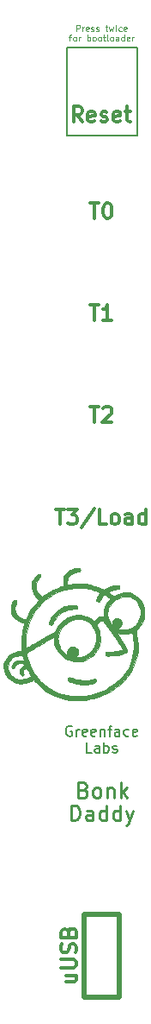
<source format=gbr>
%TF.GenerationSoftware,KiCad,Pcbnew,(6.0.1)*%
%TF.CreationDate,2022-10-28T09:23:44-07:00*%
%TF.ProjectId,BonkDaddy2HP_Panel,426f6e6b-4461-4646-9479-3248505f5061,rev?*%
%TF.SameCoordinates,Original*%
%TF.FileFunction,Legend,Top*%
%TF.FilePolarity,Positive*%
%FSLAX46Y46*%
G04 Gerber Fmt 4.6, Leading zero omitted, Abs format (unit mm)*
G04 Created by KiCad (PCBNEW (6.0.1)) date 2022-10-28 09:23:44*
%MOMM*%
%LPD*%
G01*
G04 APERTURE LIST*
%ADD10C,0.150000*%
%ADD11C,0.500000*%
%ADD12C,0.300000*%
%ADD13C,0.100000*%
%ADD14C,0.250000*%
%ADD15C,0.010000*%
G04 APERTURE END LIST*
D10*
X58525000Y-59893000D02*
X51525000Y-59893000D01*
D11*
X53300000Y-153040000D02*
X56700000Y-153040000D01*
X53300000Y-153040000D02*
X53300000Y-144940000D01*
X56700000Y-153040000D02*
X56700000Y-144940000D01*
D10*
X51525000Y-68575000D02*
X58525000Y-68575000D01*
X51525000Y-59893000D02*
X51525000Y-68575000D01*
X58525000Y-68575000D02*
X58525000Y-59893000D01*
D11*
X53300000Y-144940000D02*
X56700000Y-144940000D01*
D12*
X53857142Y-85178571D02*
X54714285Y-85178571D01*
X54285714Y-86678571D02*
X54285714Y-85178571D01*
X56000000Y-86678571D02*
X55142857Y-86678571D01*
X55571428Y-86678571D02*
X55571428Y-85178571D01*
X55428571Y-85392857D01*
X55285714Y-85535714D01*
X55142857Y-85607142D01*
D10*
X52047619Y-126495000D02*
X51952380Y-126447380D01*
X51809523Y-126447380D01*
X51666666Y-126495000D01*
X51571428Y-126590238D01*
X51523809Y-126685476D01*
X51476190Y-126875952D01*
X51476190Y-127018809D01*
X51523809Y-127209285D01*
X51571428Y-127304523D01*
X51666666Y-127399761D01*
X51809523Y-127447380D01*
X51904761Y-127447380D01*
X52047619Y-127399761D01*
X52095238Y-127352142D01*
X52095238Y-127018809D01*
X51904761Y-127018809D01*
X52523809Y-127447380D02*
X52523809Y-126780714D01*
X52523809Y-126971190D02*
X52571428Y-126875952D01*
X52619047Y-126828333D01*
X52714285Y-126780714D01*
X52809523Y-126780714D01*
X53523809Y-127399761D02*
X53428571Y-127447380D01*
X53238095Y-127447380D01*
X53142857Y-127399761D01*
X53095238Y-127304523D01*
X53095238Y-126923571D01*
X53142857Y-126828333D01*
X53238095Y-126780714D01*
X53428571Y-126780714D01*
X53523809Y-126828333D01*
X53571428Y-126923571D01*
X53571428Y-127018809D01*
X53095238Y-127114047D01*
X54380952Y-127399761D02*
X54285714Y-127447380D01*
X54095238Y-127447380D01*
X54000000Y-127399761D01*
X53952380Y-127304523D01*
X53952380Y-126923571D01*
X54000000Y-126828333D01*
X54095238Y-126780714D01*
X54285714Y-126780714D01*
X54380952Y-126828333D01*
X54428571Y-126923571D01*
X54428571Y-127018809D01*
X53952380Y-127114047D01*
X54857142Y-126780714D02*
X54857142Y-127447380D01*
X54857142Y-126875952D02*
X54904761Y-126828333D01*
X55000000Y-126780714D01*
X55142857Y-126780714D01*
X55238095Y-126828333D01*
X55285714Y-126923571D01*
X55285714Y-127447380D01*
X55619047Y-126780714D02*
X56000000Y-126780714D01*
X55761904Y-127447380D02*
X55761904Y-126590238D01*
X55809523Y-126495000D01*
X55904761Y-126447380D01*
X56000000Y-126447380D01*
X56761904Y-127447380D02*
X56761904Y-126923571D01*
X56714285Y-126828333D01*
X56619047Y-126780714D01*
X56428571Y-126780714D01*
X56333333Y-126828333D01*
X56761904Y-127399761D02*
X56666666Y-127447380D01*
X56428571Y-127447380D01*
X56333333Y-127399761D01*
X56285714Y-127304523D01*
X56285714Y-127209285D01*
X56333333Y-127114047D01*
X56428571Y-127066428D01*
X56666666Y-127066428D01*
X56761904Y-127018809D01*
X57666666Y-127399761D02*
X57571428Y-127447380D01*
X57380952Y-127447380D01*
X57285714Y-127399761D01*
X57238095Y-127352142D01*
X57190476Y-127256904D01*
X57190476Y-126971190D01*
X57238095Y-126875952D01*
X57285714Y-126828333D01*
X57380952Y-126780714D01*
X57571428Y-126780714D01*
X57666666Y-126828333D01*
X58476190Y-127399761D02*
X58380952Y-127447380D01*
X58190476Y-127447380D01*
X58095238Y-127399761D01*
X58047619Y-127304523D01*
X58047619Y-126923571D01*
X58095238Y-126828333D01*
X58190476Y-126780714D01*
X58380952Y-126780714D01*
X58476190Y-126828333D01*
X58523809Y-126923571D01*
X58523809Y-127018809D01*
X58047619Y-127114047D01*
X54000000Y-129057380D02*
X53523809Y-129057380D01*
X53523809Y-128057380D01*
X54761904Y-129057380D02*
X54761904Y-128533571D01*
X54714285Y-128438333D01*
X54619047Y-128390714D01*
X54428571Y-128390714D01*
X54333333Y-128438333D01*
X54761904Y-129009761D02*
X54666666Y-129057380D01*
X54428571Y-129057380D01*
X54333333Y-129009761D01*
X54285714Y-128914523D01*
X54285714Y-128819285D01*
X54333333Y-128724047D01*
X54428571Y-128676428D01*
X54666666Y-128676428D01*
X54761904Y-128628809D01*
X55238095Y-129057380D02*
X55238095Y-128057380D01*
X55238095Y-128438333D02*
X55333333Y-128390714D01*
X55523809Y-128390714D01*
X55619047Y-128438333D01*
X55666666Y-128485952D01*
X55714285Y-128581190D01*
X55714285Y-128866904D01*
X55666666Y-128962142D01*
X55619047Y-129009761D01*
X55523809Y-129057380D01*
X55333333Y-129057380D01*
X55238095Y-129009761D01*
X56095238Y-129009761D02*
X56190476Y-129057380D01*
X56380952Y-129057380D01*
X56476190Y-129009761D01*
X56523809Y-128914523D01*
X56523809Y-128866904D01*
X56476190Y-128771666D01*
X56380952Y-128724047D01*
X56238095Y-128724047D01*
X56142857Y-128676428D01*
X56095238Y-128581190D01*
X56095238Y-128533571D01*
X56142857Y-128438333D01*
X56238095Y-128390714D01*
X56380952Y-128390714D01*
X56476190Y-128438333D01*
D12*
X53067857Y-67221571D02*
X52567857Y-66507285D01*
X52210714Y-67221571D02*
X52210714Y-65721571D01*
X52782142Y-65721571D01*
X52925000Y-65793000D01*
X52996428Y-65864428D01*
X53067857Y-66007285D01*
X53067857Y-66221571D01*
X52996428Y-66364428D01*
X52925000Y-66435857D01*
X52782142Y-66507285D01*
X52210714Y-66507285D01*
X54282142Y-67150142D02*
X54139285Y-67221571D01*
X53853571Y-67221571D01*
X53710714Y-67150142D01*
X53639285Y-67007285D01*
X53639285Y-66435857D01*
X53710714Y-66293000D01*
X53853571Y-66221571D01*
X54139285Y-66221571D01*
X54282142Y-66293000D01*
X54353571Y-66435857D01*
X54353571Y-66578714D01*
X53639285Y-66721571D01*
X54925000Y-67150142D02*
X55067857Y-67221571D01*
X55353571Y-67221571D01*
X55496428Y-67150142D01*
X55567857Y-67007285D01*
X55567857Y-66935857D01*
X55496428Y-66793000D01*
X55353571Y-66721571D01*
X55139285Y-66721571D01*
X54996428Y-66650142D01*
X54925000Y-66507285D01*
X54925000Y-66435857D01*
X54996428Y-66293000D01*
X55139285Y-66221571D01*
X55353571Y-66221571D01*
X55496428Y-66293000D01*
X56782142Y-67150142D02*
X56639285Y-67221571D01*
X56353571Y-67221571D01*
X56210714Y-67150142D01*
X56139285Y-67007285D01*
X56139285Y-66435857D01*
X56210714Y-66293000D01*
X56353571Y-66221571D01*
X56639285Y-66221571D01*
X56782142Y-66293000D01*
X56853571Y-66435857D01*
X56853571Y-66578714D01*
X56139285Y-66721571D01*
X57282142Y-66221571D02*
X57853571Y-66221571D01*
X57496428Y-65721571D02*
X57496428Y-67007285D01*
X57567857Y-67150142D01*
X57710714Y-67221571D01*
X57853571Y-67221571D01*
D13*
X52517857Y-58313428D02*
X52517857Y-57713428D01*
X52746428Y-57713428D01*
X52803571Y-57742000D01*
X52832142Y-57770571D01*
X52860714Y-57827714D01*
X52860714Y-57913428D01*
X52832142Y-57970571D01*
X52803571Y-57999142D01*
X52746428Y-58027714D01*
X52517857Y-58027714D01*
X53117857Y-58313428D02*
X53117857Y-57913428D01*
X53117857Y-58027714D02*
X53146428Y-57970571D01*
X53175000Y-57942000D01*
X53232142Y-57913428D01*
X53289285Y-57913428D01*
X53717857Y-58284857D02*
X53660714Y-58313428D01*
X53546428Y-58313428D01*
X53489285Y-58284857D01*
X53460714Y-58227714D01*
X53460714Y-57999142D01*
X53489285Y-57942000D01*
X53546428Y-57913428D01*
X53660714Y-57913428D01*
X53717857Y-57942000D01*
X53746428Y-57999142D01*
X53746428Y-58056285D01*
X53460714Y-58113428D01*
X53975000Y-58284857D02*
X54032142Y-58313428D01*
X54146428Y-58313428D01*
X54203571Y-58284857D01*
X54232142Y-58227714D01*
X54232142Y-58199142D01*
X54203571Y-58142000D01*
X54146428Y-58113428D01*
X54060714Y-58113428D01*
X54003571Y-58084857D01*
X53975000Y-58027714D01*
X53975000Y-57999142D01*
X54003571Y-57942000D01*
X54060714Y-57913428D01*
X54146428Y-57913428D01*
X54203571Y-57942000D01*
X54460714Y-58284857D02*
X54517857Y-58313428D01*
X54632142Y-58313428D01*
X54689285Y-58284857D01*
X54717857Y-58227714D01*
X54717857Y-58199142D01*
X54689285Y-58142000D01*
X54632142Y-58113428D01*
X54546428Y-58113428D01*
X54489285Y-58084857D01*
X54460714Y-58027714D01*
X54460714Y-57999142D01*
X54489285Y-57942000D01*
X54546428Y-57913428D01*
X54632142Y-57913428D01*
X54689285Y-57942000D01*
X55346428Y-57913428D02*
X55575000Y-57913428D01*
X55432142Y-57713428D02*
X55432142Y-58227714D01*
X55460714Y-58284857D01*
X55517857Y-58313428D01*
X55575000Y-58313428D01*
X55717857Y-57913428D02*
X55832142Y-58313428D01*
X55946428Y-58027714D01*
X56060714Y-58313428D01*
X56175000Y-57913428D01*
X56403571Y-58313428D02*
X56403571Y-57913428D01*
X56403571Y-57713428D02*
X56375000Y-57742000D01*
X56403571Y-57770571D01*
X56432142Y-57742000D01*
X56403571Y-57713428D01*
X56403571Y-57770571D01*
X56946428Y-58284857D02*
X56889285Y-58313428D01*
X56775000Y-58313428D01*
X56717857Y-58284857D01*
X56689285Y-58256285D01*
X56660714Y-58199142D01*
X56660714Y-58027714D01*
X56689285Y-57970571D01*
X56717857Y-57942000D01*
X56775000Y-57913428D01*
X56889285Y-57913428D01*
X56946428Y-57942000D01*
X57432142Y-58284857D02*
X57375000Y-58313428D01*
X57260714Y-58313428D01*
X57203571Y-58284857D01*
X57175000Y-58227714D01*
X57175000Y-57999142D01*
X57203571Y-57942000D01*
X57260714Y-57913428D01*
X57375000Y-57913428D01*
X57432142Y-57942000D01*
X57460714Y-57999142D01*
X57460714Y-58056285D01*
X57175000Y-58113428D01*
X51775000Y-58879428D02*
X52003571Y-58879428D01*
X51860714Y-59279428D02*
X51860714Y-58765142D01*
X51889285Y-58708000D01*
X51946428Y-58679428D01*
X52003571Y-58679428D01*
X52289285Y-59279428D02*
X52232142Y-59250857D01*
X52203571Y-59222285D01*
X52175000Y-59165142D01*
X52175000Y-58993714D01*
X52203571Y-58936571D01*
X52232142Y-58908000D01*
X52289285Y-58879428D01*
X52375000Y-58879428D01*
X52432142Y-58908000D01*
X52460714Y-58936571D01*
X52489285Y-58993714D01*
X52489285Y-59165142D01*
X52460714Y-59222285D01*
X52432142Y-59250857D01*
X52375000Y-59279428D01*
X52289285Y-59279428D01*
X52746428Y-59279428D02*
X52746428Y-58879428D01*
X52746428Y-58993714D02*
X52775000Y-58936571D01*
X52803571Y-58908000D01*
X52860714Y-58879428D01*
X52917857Y-58879428D01*
X53575000Y-59279428D02*
X53575000Y-58679428D01*
X53575000Y-58908000D02*
X53632142Y-58879428D01*
X53746428Y-58879428D01*
X53803571Y-58908000D01*
X53832142Y-58936571D01*
X53860714Y-58993714D01*
X53860714Y-59165142D01*
X53832142Y-59222285D01*
X53803571Y-59250857D01*
X53746428Y-59279428D01*
X53632142Y-59279428D01*
X53575000Y-59250857D01*
X54203571Y-59279428D02*
X54146428Y-59250857D01*
X54117857Y-59222285D01*
X54089285Y-59165142D01*
X54089285Y-58993714D01*
X54117857Y-58936571D01*
X54146428Y-58908000D01*
X54203571Y-58879428D01*
X54289285Y-58879428D01*
X54346428Y-58908000D01*
X54375000Y-58936571D01*
X54403571Y-58993714D01*
X54403571Y-59165142D01*
X54375000Y-59222285D01*
X54346428Y-59250857D01*
X54289285Y-59279428D01*
X54203571Y-59279428D01*
X54746428Y-59279428D02*
X54689285Y-59250857D01*
X54660714Y-59222285D01*
X54632142Y-59165142D01*
X54632142Y-58993714D01*
X54660714Y-58936571D01*
X54689285Y-58908000D01*
X54746428Y-58879428D01*
X54832142Y-58879428D01*
X54889285Y-58908000D01*
X54917857Y-58936571D01*
X54946428Y-58993714D01*
X54946428Y-59165142D01*
X54917857Y-59222285D01*
X54889285Y-59250857D01*
X54832142Y-59279428D01*
X54746428Y-59279428D01*
X55117857Y-58879428D02*
X55346428Y-58879428D01*
X55203571Y-58679428D02*
X55203571Y-59193714D01*
X55232142Y-59250857D01*
X55289285Y-59279428D01*
X55346428Y-59279428D01*
X55632142Y-59279428D02*
X55575000Y-59250857D01*
X55546428Y-59193714D01*
X55546428Y-58679428D01*
X55946428Y-59279428D02*
X55889285Y-59250857D01*
X55860714Y-59222285D01*
X55832142Y-59165142D01*
X55832142Y-58993714D01*
X55860714Y-58936571D01*
X55889285Y-58908000D01*
X55946428Y-58879428D01*
X56032142Y-58879428D01*
X56089285Y-58908000D01*
X56117857Y-58936571D01*
X56146428Y-58993714D01*
X56146428Y-59165142D01*
X56117857Y-59222285D01*
X56089285Y-59250857D01*
X56032142Y-59279428D01*
X55946428Y-59279428D01*
X56660714Y-59279428D02*
X56660714Y-58965142D01*
X56632142Y-58908000D01*
X56575000Y-58879428D01*
X56460714Y-58879428D01*
X56403571Y-58908000D01*
X56660714Y-59250857D02*
X56603571Y-59279428D01*
X56460714Y-59279428D01*
X56403571Y-59250857D01*
X56375000Y-59193714D01*
X56375000Y-59136571D01*
X56403571Y-59079428D01*
X56460714Y-59050857D01*
X56603571Y-59050857D01*
X56660714Y-59022285D01*
X57203571Y-59279428D02*
X57203571Y-58679428D01*
X57203571Y-59250857D02*
X57146428Y-59279428D01*
X57032142Y-59279428D01*
X56975000Y-59250857D01*
X56946428Y-59222285D01*
X56917857Y-59165142D01*
X56917857Y-58993714D01*
X56946428Y-58936571D01*
X56975000Y-58908000D01*
X57032142Y-58879428D01*
X57146428Y-58879428D01*
X57203571Y-58908000D01*
X57717857Y-59250857D02*
X57660714Y-59279428D01*
X57546428Y-59279428D01*
X57489285Y-59250857D01*
X57460714Y-59193714D01*
X57460714Y-58965142D01*
X57489285Y-58908000D01*
X57546428Y-58879428D01*
X57660714Y-58879428D01*
X57717857Y-58908000D01*
X57746428Y-58965142D01*
X57746428Y-59022285D01*
X57460714Y-59079428D01*
X58003571Y-59279428D02*
X58003571Y-58879428D01*
X58003571Y-58993714D02*
X58032142Y-58936571D01*
X58060714Y-58908000D01*
X58117857Y-58879428D01*
X58175000Y-58879428D01*
D12*
X51503571Y-150903571D02*
X52503571Y-150903571D01*
X51503571Y-151546428D02*
X52289285Y-151546428D01*
X52432142Y-151475000D01*
X52503571Y-151332142D01*
X52503571Y-151117857D01*
X52432142Y-150975000D01*
X52360714Y-150903571D01*
X51003571Y-150189285D02*
X52217857Y-150189285D01*
X52360714Y-150117857D01*
X52432142Y-150046428D01*
X52503571Y-149903571D01*
X52503571Y-149617857D01*
X52432142Y-149475000D01*
X52360714Y-149403571D01*
X52217857Y-149332142D01*
X51003571Y-149332142D01*
X52432142Y-148689285D02*
X52503571Y-148475000D01*
X52503571Y-148117857D01*
X52432142Y-147975000D01*
X52360714Y-147903571D01*
X52217857Y-147832142D01*
X52075000Y-147832142D01*
X51932142Y-147903571D01*
X51860714Y-147975000D01*
X51789285Y-148117857D01*
X51717857Y-148403571D01*
X51646428Y-148546428D01*
X51575000Y-148617857D01*
X51432142Y-148689285D01*
X51289285Y-148689285D01*
X51146428Y-148617857D01*
X51075000Y-148546428D01*
X51003571Y-148403571D01*
X51003571Y-148046428D01*
X51075000Y-147832142D01*
X51717857Y-146689285D02*
X51789285Y-146475000D01*
X51860714Y-146403571D01*
X52003571Y-146332142D01*
X52217857Y-146332142D01*
X52360714Y-146403571D01*
X52432142Y-146475000D01*
X52503571Y-146617857D01*
X52503571Y-147189285D01*
X51003571Y-147189285D01*
X51003571Y-146689285D01*
X51075000Y-146546428D01*
X51146428Y-146475000D01*
X51289285Y-146403571D01*
X51432142Y-146403571D01*
X51575000Y-146475000D01*
X51646428Y-146546428D01*
X51717857Y-146689285D01*
X51717857Y-147189285D01*
X50428571Y-105178571D02*
X51285714Y-105178571D01*
X50857142Y-106678571D02*
X50857142Y-105178571D01*
X51642857Y-105178571D02*
X52571428Y-105178571D01*
X52071428Y-105750000D01*
X52285714Y-105750000D01*
X52428571Y-105821428D01*
X52500000Y-105892857D01*
X52571428Y-106035714D01*
X52571428Y-106392857D01*
X52500000Y-106535714D01*
X52428571Y-106607142D01*
X52285714Y-106678571D01*
X51857142Y-106678571D01*
X51714285Y-106607142D01*
X51642857Y-106535714D01*
X54285714Y-105107142D02*
X53000000Y-107035714D01*
X55500000Y-106678571D02*
X54785714Y-106678571D01*
X54785714Y-105178571D01*
X56214285Y-106678571D02*
X56071428Y-106607142D01*
X56000000Y-106535714D01*
X55928571Y-106392857D01*
X55928571Y-105964285D01*
X56000000Y-105821428D01*
X56071428Y-105750000D01*
X56214285Y-105678571D01*
X56428571Y-105678571D01*
X56571428Y-105750000D01*
X56642857Y-105821428D01*
X56714285Y-105964285D01*
X56714285Y-106392857D01*
X56642857Y-106535714D01*
X56571428Y-106607142D01*
X56428571Y-106678571D01*
X56214285Y-106678571D01*
X58000000Y-106678571D02*
X58000000Y-105892857D01*
X57928571Y-105750000D01*
X57785714Y-105678571D01*
X57500000Y-105678571D01*
X57357142Y-105750000D01*
X58000000Y-106607142D02*
X57857142Y-106678571D01*
X57500000Y-106678571D01*
X57357142Y-106607142D01*
X57285714Y-106464285D01*
X57285714Y-106321428D01*
X57357142Y-106178571D01*
X57500000Y-106107142D01*
X57857142Y-106107142D01*
X58000000Y-106035714D01*
X59357142Y-106678571D02*
X59357142Y-105178571D01*
X59357142Y-106607142D02*
X59214285Y-106678571D01*
X58928571Y-106678571D01*
X58785714Y-106607142D01*
X58714285Y-106535714D01*
X58642857Y-106392857D01*
X58642857Y-105964285D01*
X58714285Y-105821428D01*
X58785714Y-105750000D01*
X58928571Y-105678571D01*
X59214285Y-105678571D01*
X59357142Y-105750000D01*
X53857142Y-95178571D02*
X54714285Y-95178571D01*
X54285714Y-96678571D02*
X54285714Y-95178571D01*
X55142857Y-95321428D02*
X55214285Y-95250000D01*
X55357142Y-95178571D01*
X55714285Y-95178571D01*
X55857142Y-95250000D01*
X55928571Y-95321428D01*
X56000000Y-95464285D01*
X56000000Y-95607142D01*
X55928571Y-95821428D01*
X55071428Y-96678571D01*
X56000000Y-96678571D01*
X53857142Y-75178571D02*
X54714285Y-75178571D01*
X54285714Y-76678571D02*
X54285714Y-75178571D01*
X55500000Y-75178571D02*
X55642857Y-75178571D01*
X55785714Y-75250000D01*
X55857142Y-75321428D01*
X55928571Y-75464285D01*
X56000000Y-75750000D01*
X56000000Y-76107142D01*
X55928571Y-76392857D01*
X55857142Y-76535714D01*
X55785714Y-76607142D01*
X55642857Y-76678571D01*
X55500000Y-76678571D01*
X55357142Y-76607142D01*
X55285714Y-76535714D01*
X55214285Y-76392857D01*
X55142857Y-76107142D01*
X55142857Y-75750000D01*
X55214285Y-75464285D01*
X55285714Y-75321428D01*
X55357142Y-75250000D01*
X55500000Y-75178571D01*
D14*
X51975000Y-135728571D02*
X51975000Y-134228571D01*
X52332142Y-134228571D01*
X52546428Y-134300000D01*
X52689285Y-134442857D01*
X52760714Y-134585714D01*
X52832142Y-134871428D01*
X52832142Y-135085714D01*
X52760714Y-135371428D01*
X52689285Y-135514285D01*
X52546428Y-135657142D01*
X52332142Y-135728571D01*
X51975000Y-135728571D01*
X54117857Y-135728571D02*
X54117857Y-134942857D01*
X54046428Y-134800000D01*
X53903571Y-134728571D01*
X53617857Y-134728571D01*
X53475000Y-134800000D01*
X54117857Y-135657142D02*
X53975000Y-135728571D01*
X53617857Y-135728571D01*
X53475000Y-135657142D01*
X53403571Y-135514285D01*
X53403571Y-135371428D01*
X53475000Y-135228571D01*
X53617857Y-135157142D01*
X53975000Y-135157142D01*
X54117857Y-135085714D01*
X55475000Y-135728571D02*
X55475000Y-134228571D01*
X55475000Y-135657142D02*
X55332142Y-135728571D01*
X55046428Y-135728571D01*
X54903571Y-135657142D01*
X54832142Y-135585714D01*
X54760714Y-135442857D01*
X54760714Y-135014285D01*
X54832142Y-134871428D01*
X54903571Y-134800000D01*
X55046428Y-134728571D01*
X55332142Y-134728571D01*
X55475000Y-134800000D01*
X56832142Y-135728571D02*
X56832142Y-134228571D01*
X56832142Y-135657142D02*
X56689285Y-135728571D01*
X56403571Y-135728571D01*
X56260714Y-135657142D01*
X56189285Y-135585714D01*
X56117857Y-135442857D01*
X56117857Y-135014285D01*
X56189285Y-134871428D01*
X56260714Y-134800000D01*
X56403571Y-134728571D01*
X56689285Y-134728571D01*
X56832142Y-134800000D01*
X57403571Y-134728571D02*
X57760714Y-135728571D01*
X58117857Y-134728571D02*
X57760714Y-135728571D01*
X57617857Y-136085714D01*
X57546428Y-136157142D01*
X57403571Y-136228571D01*
X53192857Y-132717857D02*
X53407142Y-132789285D01*
X53478571Y-132860714D01*
X53550000Y-133003571D01*
X53550000Y-133217857D01*
X53478571Y-133360714D01*
X53407142Y-133432142D01*
X53264285Y-133503571D01*
X52692857Y-133503571D01*
X52692857Y-132003571D01*
X53192857Y-132003571D01*
X53335714Y-132075000D01*
X53407142Y-132146428D01*
X53478571Y-132289285D01*
X53478571Y-132432142D01*
X53407142Y-132575000D01*
X53335714Y-132646428D01*
X53192857Y-132717857D01*
X52692857Y-132717857D01*
X54407142Y-133503571D02*
X54264285Y-133432142D01*
X54192857Y-133360714D01*
X54121428Y-133217857D01*
X54121428Y-132789285D01*
X54192857Y-132646428D01*
X54264285Y-132575000D01*
X54407142Y-132503571D01*
X54621428Y-132503571D01*
X54764285Y-132575000D01*
X54835714Y-132646428D01*
X54907142Y-132789285D01*
X54907142Y-133217857D01*
X54835714Y-133360714D01*
X54764285Y-133432142D01*
X54621428Y-133503571D01*
X54407142Y-133503571D01*
X55550000Y-132503571D02*
X55550000Y-133503571D01*
X55550000Y-132646428D02*
X55621428Y-132575000D01*
X55764285Y-132503571D01*
X55978571Y-132503571D01*
X56121428Y-132575000D01*
X56192857Y-132717857D01*
X56192857Y-133503571D01*
X56907142Y-133503571D02*
X56907142Y-132003571D01*
X57050000Y-132932142D02*
X57478571Y-133503571D01*
X57478571Y-132503571D02*
X56907142Y-133075000D01*
D15*
%TO.C,GR1*%
X52770850Y-110948564D02*
X52810001Y-110968964D01*
X52810001Y-110968964D02*
X52831324Y-110988324D01*
X52831324Y-110988324D02*
X52874317Y-111063678D01*
X52874317Y-111063678D02*
X52883749Y-111156627D01*
X52883749Y-111156627D02*
X52858324Y-111245532D01*
X52858324Y-111245532D02*
X52847739Y-111262664D01*
X52847739Y-111262664D02*
X52805233Y-111298884D01*
X52805233Y-111298884D02*
X52729547Y-111326833D01*
X52729547Y-111326833D02*
X52638189Y-111345904D01*
X52638189Y-111345904D02*
X52365894Y-111407631D01*
X52365894Y-111407631D02*
X52137148Y-111492619D01*
X52137148Y-111492619D02*
X51949659Y-111602237D01*
X51949659Y-111602237D02*
X51801135Y-111737854D01*
X51801135Y-111737854D02*
X51689284Y-111900839D01*
X51689284Y-111900839D02*
X51680442Y-111917875D01*
X51680442Y-111917875D02*
X51621481Y-112078373D01*
X51621481Y-112078373D02*
X51588247Y-112269234D01*
X51588247Y-112269234D02*
X51583103Y-112475712D01*
X51583103Y-112475712D02*
X51585249Y-112512105D01*
X51585249Y-112512105D02*
X51592032Y-112580482D01*
X51592032Y-112580482D02*
X51606687Y-112610079D01*
X51606687Y-112610079D02*
X51640423Y-112612808D01*
X51640423Y-112612808D02*
X51674149Y-112606571D01*
X51674149Y-112606571D02*
X51947553Y-112561310D01*
X51947553Y-112561310D02*
X52248536Y-112528690D01*
X52248536Y-112528690D02*
X52562109Y-112509290D01*
X52562109Y-112509290D02*
X52873283Y-112503688D01*
X52873283Y-112503688D02*
X53167068Y-112512462D01*
X53167068Y-112512462D02*
X53428475Y-112536190D01*
X53428475Y-112536190D02*
X53444200Y-112538293D01*
X53444200Y-112538293D02*
X53858307Y-112611996D01*
X53858307Y-112611996D02*
X54271922Y-112718091D01*
X54271922Y-112718091D02*
X54668559Y-112851812D01*
X54668559Y-112851812D02*
X54973187Y-112980422D01*
X54973187Y-112980422D02*
X55086255Y-113031816D01*
X55086255Y-113031816D02*
X55162623Y-113062126D01*
X55162623Y-113062126D02*
X55210615Y-113073792D01*
X55210615Y-113073792D02*
X55238556Y-113069256D01*
X55238556Y-113069256D02*
X55248139Y-113061049D01*
X55248139Y-113061049D02*
X55285235Y-113033225D01*
X55285235Y-113033225D02*
X55357900Y-112990997D01*
X55357900Y-112990997D02*
X55454973Y-112939877D01*
X55454973Y-112939877D02*
X55565290Y-112885378D01*
X55565290Y-112885378D02*
X55677689Y-112833013D01*
X55677689Y-112833013D02*
X55781006Y-112788293D01*
X55781006Y-112788293D02*
X55864079Y-112756731D01*
X55864079Y-112756731D02*
X55865011Y-112756420D01*
X55865011Y-112756420D02*
X56006431Y-112716478D01*
X56006431Y-112716478D02*
X56168025Y-112681921D01*
X56168025Y-112681921D02*
X56329341Y-112656376D01*
X56329341Y-112656376D02*
X56469925Y-112643469D01*
X56469925Y-112643469D02*
X56507134Y-112642600D01*
X56507134Y-112642600D02*
X56603700Y-112648870D01*
X56603700Y-112648870D02*
X56666529Y-112670503D01*
X56666529Y-112670503D02*
X56694753Y-112692753D01*
X56694753Y-112692753D02*
X56752333Y-112777761D01*
X56752333Y-112777761D02*
X56762044Y-112865665D01*
X56762044Y-112865665D02*
X56727873Y-112943051D01*
X56727873Y-112943051D02*
X56696726Y-112978373D01*
X56696726Y-112978373D02*
X56657807Y-113004806D01*
X56657807Y-113004806D02*
X56601578Y-113025367D01*
X56601578Y-113025367D02*
X56518498Y-113043075D01*
X56518498Y-113043075D02*
X56399027Y-113060949D01*
X56399027Y-113060949D02*
X56324621Y-113070643D01*
X56324621Y-113070643D02*
X56173678Y-113097255D01*
X56173678Y-113097255D02*
X56014148Y-113137835D01*
X56014148Y-113137835D02*
X55862307Y-113187301D01*
X55862307Y-113187301D02*
X55734428Y-113240572D01*
X55734428Y-113240572D02*
X55672936Y-113274150D01*
X55672936Y-113274150D02*
X55596948Y-113322262D01*
X55596948Y-113322262D02*
X55758824Y-113431123D01*
X55758824Y-113431123D02*
X55859514Y-113501502D01*
X55859514Y-113501502D02*
X55963018Y-113578065D01*
X55963018Y-113578065D02*
X56040543Y-113639082D01*
X56040543Y-113639082D02*
X56160386Y-113738179D01*
X56160386Y-113738179D02*
X56308510Y-113651366D01*
X56308510Y-113651366D02*
X56613945Y-113499422D01*
X56613945Y-113499422D02*
X56928730Y-113396841D01*
X56928730Y-113396841D02*
X57256601Y-113342496D01*
X57256601Y-113342496D02*
X57356117Y-113335526D01*
X57356117Y-113335526D02*
X57563026Y-113334131D01*
X57563026Y-113334131D02*
X57741959Y-113355032D01*
X57741959Y-113355032D02*
X57912336Y-113402256D01*
X57912336Y-113402256D02*
X58093583Y-113479827D01*
X58093583Y-113479827D02*
X58123332Y-113494542D01*
X58123332Y-113494542D02*
X58377974Y-113650332D01*
X58377974Y-113650332D02*
X58606860Y-113847485D01*
X58606860Y-113847485D02*
X58806889Y-114081896D01*
X58806889Y-114081896D02*
X58974958Y-114349457D01*
X58974958Y-114349457D02*
X59107967Y-114646063D01*
X59107967Y-114646063D02*
X59187473Y-114903200D01*
X59187473Y-114903200D02*
X59210747Y-115040557D01*
X59210747Y-115040557D02*
X59222734Y-115211117D01*
X59222734Y-115211117D02*
X59223801Y-115398637D01*
X59223801Y-115398637D02*
X59214315Y-115586874D01*
X59214315Y-115586874D02*
X59194643Y-115759586D01*
X59194643Y-115759586D02*
X59165153Y-115900529D01*
X59165153Y-115900529D02*
X59164903Y-115901399D01*
X59164903Y-115901399D02*
X59053820Y-116204369D01*
X59053820Y-116204369D02*
X58901870Y-116479967D01*
X58901870Y-116479967D02*
X58706158Y-116732866D01*
X58706158Y-116732866D02*
X58554239Y-116887169D01*
X58554239Y-116887169D02*
X58463278Y-116974002D01*
X58463278Y-116974002D02*
X58405679Y-117035366D01*
X58405679Y-117035366D02*
X58375935Y-117078505D01*
X58375935Y-117078505D02*
X58368539Y-117110660D01*
X58368539Y-117110660D02*
X58372142Y-117126661D01*
X58372142Y-117126661D02*
X58384526Y-117170666D01*
X58384526Y-117170666D02*
X58404149Y-117252993D01*
X58404149Y-117252993D02*
X58428381Y-117362130D01*
X58428381Y-117362130D02*
X58454591Y-117486566D01*
X58454591Y-117486566D02*
X58456311Y-117494961D01*
X58456311Y-117494961D02*
X58538796Y-118012692D01*
X58538796Y-118012692D02*
X58571906Y-118519029D01*
X58571906Y-118519029D02*
X58555496Y-119015106D01*
X58555496Y-119015106D02*
X58489422Y-119502057D01*
X58489422Y-119502057D02*
X58373539Y-119981017D01*
X58373539Y-119981017D02*
X58207703Y-120453121D01*
X58207703Y-120453121D02*
X58029533Y-120845537D01*
X58029533Y-120845537D02*
X57792943Y-121261478D01*
X57792943Y-121261478D02*
X57511808Y-121656850D01*
X57511808Y-121656850D02*
X57189080Y-122029100D01*
X57189080Y-122029100D02*
X56827715Y-122375672D01*
X56827715Y-122375672D02*
X56430665Y-122694012D01*
X56430665Y-122694012D02*
X56000884Y-122981565D01*
X56000884Y-122981565D02*
X55541325Y-123235776D01*
X55541325Y-123235776D02*
X55054942Y-123454091D01*
X55054942Y-123454091D02*
X54979417Y-123483753D01*
X54979417Y-123483753D02*
X54696666Y-123588667D01*
X54696666Y-123588667D02*
X54441142Y-123673655D01*
X54441142Y-123673655D02*
X54195674Y-123743484D01*
X54195674Y-123743484D02*
X53943093Y-123802919D01*
X53943093Y-123802919D02*
X53666230Y-123856726D01*
X53666230Y-123856726D02*
X53583900Y-123871110D01*
X53583900Y-123871110D02*
X53398891Y-123896104D01*
X53398891Y-123896104D02*
X53176772Y-123915402D01*
X53176772Y-123915402D02*
X52930949Y-123928694D01*
X52930949Y-123928694D02*
X52674826Y-123935672D01*
X52674826Y-123935672D02*
X52421807Y-123936025D01*
X52421807Y-123936025D02*
X52185296Y-123929445D01*
X52185296Y-123929445D02*
X51978698Y-123915621D01*
X51978698Y-123915621D02*
X51920200Y-123909514D01*
X51920200Y-123909514D02*
X51404515Y-123825653D01*
X51404515Y-123825653D02*
X50900514Y-123696061D01*
X50900514Y-123696061D02*
X50415359Y-123522843D01*
X50415359Y-123522843D02*
X50067742Y-123365352D01*
X50067742Y-123365352D02*
X49659169Y-123140455D01*
X49659169Y-123140455D02*
X49280376Y-122885972D01*
X49280376Y-122885972D02*
X48923969Y-122596090D01*
X48923969Y-122596090D02*
X48582556Y-122264998D01*
X48582556Y-122264998D02*
X48369965Y-122030473D01*
X48369965Y-122030473D02*
X48310862Y-121964336D01*
X48310862Y-121964336D02*
X48273328Y-121931715D01*
X48273328Y-121931715D02*
X48246735Y-121926831D01*
X48246735Y-121926831D02*
X48220456Y-121943907D01*
X48220456Y-121943907D02*
X48216779Y-121947193D01*
X48216779Y-121947193D02*
X48157669Y-121987383D01*
X48157669Y-121987383D02*
X48062617Y-122037370D01*
X48062617Y-122037370D02*
X47944126Y-122091661D01*
X47944126Y-122091661D02*
X47814699Y-122144761D01*
X47814699Y-122144761D02*
X47686837Y-122191177D01*
X47686837Y-122191177D02*
X47600491Y-122218016D01*
X47600491Y-122218016D02*
X47436583Y-122253868D01*
X47436583Y-122253868D02*
X47249769Y-122278181D01*
X47249769Y-122278181D02*
X47057953Y-122289850D01*
X47057953Y-122289850D02*
X46879040Y-122287771D01*
X46879040Y-122287771D02*
X46734311Y-122271486D01*
X46734311Y-122271486D02*
X46455451Y-122197378D01*
X46455451Y-122197378D02*
X46204123Y-122084490D01*
X46204123Y-122084490D02*
X45973460Y-121928989D01*
X45973460Y-121928989D02*
X45756596Y-121727038D01*
X45756596Y-121727038D02*
X45753554Y-121723787D01*
X45753554Y-121723787D02*
X45581578Y-121512371D01*
X45581578Y-121512371D02*
X45456057Y-121293861D01*
X45456057Y-121293861D02*
X45372659Y-121060158D01*
X45372659Y-121060158D02*
X45353004Y-120975181D01*
X45353004Y-120975181D02*
X45322948Y-120704304D01*
X45322948Y-120704304D02*
X45330630Y-120602158D01*
X45330630Y-120602158D02*
X45731157Y-120602158D01*
X45731157Y-120602158D02*
X45732672Y-120811774D01*
X45732672Y-120811774D02*
X45777327Y-121021547D01*
X45777327Y-121021547D02*
X45868235Y-121226303D01*
X45868235Y-121226303D02*
X45879460Y-121245422D01*
X45879460Y-121245422D02*
X45995192Y-121401686D01*
X45995192Y-121401686D02*
X46145125Y-121549666D01*
X46145125Y-121549666D02*
X46316815Y-121680207D01*
X46316815Y-121680207D02*
X46497816Y-121784153D01*
X46497816Y-121784153D02*
X46675684Y-121852350D01*
X46675684Y-121852350D02*
X46718719Y-121862850D01*
X46718719Y-121862850D02*
X46849176Y-121878945D01*
X46849176Y-121878945D02*
X47010569Y-121881757D01*
X47010569Y-121881757D02*
X47185149Y-121872516D01*
X47185149Y-121872516D02*
X47355169Y-121852449D01*
X47355169Y-121852449D02*
X47502881Y-121822787D01*
X47502881Y-121822787D02*
X47564100Y-121804293D01*
X47564100Y-121804293D02*
X47743763Y-121737500D01*
X47743763Y-121737500D02*
X47878275Y-121680423D01*
X47878275Y-121680423D02*
X47966080Y-121633770D01*
X47966080Y-121633770D02*
X48000474Y-121605891D01*
X48000474Y-121605891D02*
X48010154Y-121577317D01*
X48010154Y-121577317D02*
X47998263Y-121531942D01*
X47998263Y-121531942D02*
X47961435Y-121460357D01*
X47961435Y-121460357D02*
X47928822Y-121405570D01*
X47928822Y-121405570D02*
X47869278Y-121303943D01*
X47869278Y-121303943D02*
X47799906Y-121179237D01*
X47799906Y-121179237D02*
X47733180Y-121054017D01*
X47733180Y-121054017D02*
X47715613Y-121019863D01*
X47715613Y-121019863D02*
X47663400Y-120918783D01*
X47663400Y-120918783D02*
X47626893Y-120855596D01*
X47626893Y-120855596D02*
X47599152Y-120822721D01*
X47599152Y-120822721D02*
X47573235Y-120812579D01*
X47573235Y-120812579D02*
X47542205Y-120817588D01*
X47542205Y-120817588D02*
X47532905Y-120820298D01*
X47532905Y-120820298D02*
X47412737Y-120862048D01*
X47412737Y-120862048D02*
X47328059Y-120906710D01*
X47328059Y-120906710D02*
X47280334Y-120945101D01*
X47280334Y-120945101D02*
X47221456Y-121019990D01*
X47221456Y-121019990D02*
X47207691Y-121097335D01*
X47207691Y-121097335D02*
X47237294Y-121189781D01*
X47237294Y-121189781D02*
X47244565Y-121204199D01*
X47244565Y-121204199D02*
X47290074Y-121321657D01*
X47290074Y-121321657D02*
X47292166Y-121415258D01*
X47292166Y-121415258D02*
X47250889Y-121483812D01*
X47250889Y-121483812D02*
X47232859Y-121497517D01*
X47232859Y-121497517D02*
X47160305Y-121523531D01*
X47160305Y-121523531D02*
X47091879Y-121502073D01*
X47091879Y-121502073D02*
X47025488Y-121431931D01*
X47025488Y-121431931D02*
X46977211Y-121349494D01*
X46977211Y-121349494D02*
X46919576Y-121187172D01*
X46919576Y-121187172D02*
X46911318Y-121030171D01*
X46911318Y-121030171D02*
X46951131Y-120883480D01*
X46951131Y-120883480D02*
X47037705Y-120752088D01*
X47037705Y-120752088D02*
X47161511Y-120646353D01*
X47161511Y-120646353D02*
X47230068Y-120603060D01*
X47230068Y-120603060D02*
X47281608Y-120574382D01*
X47281608Y-120574382D02*
X47300101Y-120567400D01*
X47300101Y-120567400D02*
X47335915Y-120559139D01*
X47335915Y-120559139D02*
X47388571Y-120541136D01*
X47388571Y-120541136D02*
X47457649Y-120514872D01*
X47457649Y-120514872D02*
X47383874Y-120436408D01*
X47383874Y-120436408D02*
X47283619Y-120353554D01*
X47283619Y-120353554D02*
X47166226Y-120305782D01*
X47166226Y-120305782D02*
X47019071Y-120288305D01*
X47019071Y-120288305D02*
X46992571Y-120288000D01*
X46992571Y-120288000D02*
X46814948Y-120311561D01*
X46814948Y-120311561D02*
X46658292Y-120379993D01*
X46658292Y-120379993D02*
X46527675Y-120489917D01*
X46527675Y-120489917D02*
X46428168Y-120637955D01*
X46428168Y-120637955D02*
X46410864Y-120675515D01*
X46410864Y-120675515D02*
X46352730Y-120777336D01*
X46352730Y-120777336D02*
X46286771Y-120830207D01*
X46286771Y-120830207D02*
X46214091Y-120833509D01*
X46214091Y-120833509D02*
X46168140Y-120811717D01*
X46168140Y-120811717D02*
X46117932Y-120751974D01*
X46117932Y-120751974D02*
X46104955Y-120669112D01*
X46104955Y-120669112D02*
X46125329Y-120569849D01*
X46125329Y-120569849D02*
X46175172Y-120460906D01*
X46175172Y-120460906D02*
X46250604Y-120349003D01*
X46250604Y-120349003D02*
X46347744Y-120240859D01*
X46347744Y-120240859D02*
X46462711Y-120143194D01*
X46462711Y-120143194D02*
X46591624Y-120062727D01*
X46591624Y-120062727D02*
X46604487Y-120056205D01*
X46604487Y-120056205D02*
X46664572Y-120029311D01*
X46664572Y-120029311D02*
X46723926Y-120011743D01*
X46723926Y-120011743D02*
X46795642Y-120001592D01*
X46795642Y-120001592D02*
X46892813Y-119996949D01*
X46892813Y-119996949D02*
X47018000Y-119995900D01*
X47018000Y-119995900D02*
X47310100Y-119995900D01*
X47310100Y-119995900D02*
X47259300Y-119787865D01*
X47259300Y-119787865D02*
X47234120Y-119688525D01*
X47234120Y-119688525D02*
X47209473Y-119621939D01*
X47209473Y-119621939D02*
X47175324Y-119581538D01*
X47175324Y-119581538D02*
X47121634Y-119560756D01*
X47121634Y-119560756D02*
X47038370Y-119553023D01*
X47038370Y-119553023D02*
X46915494Y-119551771D01*
X46915494Y-119551771D02*
X46898505Y-119551746D01*
X46898505Y-119551746D02*
X46666971Y-119573846D01*
X46666971Y-119573846D02*
X46453672Y-119637495D01*
X46453672Y-119637495D02*
X46261722Y-119737517D01*
X46261722Y-119737517D02*
X46094233Y-119868740D01*
X46094233Y-119868740D02*
X45954319Y-120025990D01*
X45954319Y-120025990D02*
X45845093Y-120204092D01*
X45845093Y-120204092D02*
X45769668Y-120397872D01*
X45769668Y-120397872D02*
X45731157Y-120602158D01*
X45731157Y-120602158D02*
X45330630Y-120602158D01*
X45330630Y-120602158D02*
X45342872Y-120439386D01*
X45342872Y-120439386D02*
X45412088Y-120182713D01*
X45412088Y-120182713D02*
X45529910Y-119936566D01*
X45529910Y-119936566D02*
X45695649Y-119703231D01*
X45695649Y-119703231D02*
X45756591Y-119633921D01*
X45756591Y-119633921D02*
X45922746Y-119483311D01*
X45922746Y-119483311D02*
X46119541Y-119353518D01*
X46119541Y-119353518D02*
X46223005Y-119303820D01*
X46223005Y-119303820D02*
X47566092Y-119303820D01*
X47566092Y-119303820D02*
X47575413Y-119376355D01*
X47575413Y-119376355D02*
X47595831Y-119481122D01*
X47595831Y-119481122D02*
X47625540Y-119609925D01*
X47625540Y-119609925D02*
X47662736Y-119754566D01*
X47662736Y-119754566D02*
X47705612Y-119906851D01*
X47705612Y-119906851D02*
X47720826Y-119957800D01*
X47720826Y-119957800D02*
X47893719Y-120444846D01*
X47893719Y-120444846D02*
X48107318Y-120902816D01*
X48107318Y-120902816D02*
X48359689Y-121330058D01*
X48359689Y-121330058D02*
X48648898Y-121724920D01*
X48648898Y-121724920D02*
X48973008Y-122085752D01*
X48973008Y-122085752D02*
X49330085Y-122410902D01*
X49330085Y-122410902D02*
X49718193Y-122698719D01*
X49718193Y-122698719D02*
X50135399Y-122947552D01*
X50135399Y-122947552D02*
X50579766Y-123155750D01*
X50579766Y-123155750D02*
X51049360Y-123321660D01*
X51049360Y-123321660D02*
X51542245Y-123443633D01*
X51542245Y-123443633D02*
X51869400Y-123497926D01*
X51869400Y-123497926D02*
X52051667Y-123516391D01*
X52051667Y-123516391D02*
X52269447Y-123528631D01*
X52269447Y-123528631D02*
X52507827Y-123534600D01*
X52507827Y-123534600D02*
X52751898Y-123534255D01*
X52751898Y-123534255D02*
X52986748Y-123527554D01*
X52986748Y-123527554D02*
X53197467Y-123514453D01*
X53197467Y-123514453D02*
X53317200Y-123502139D01*
X53317200Y-123502139D02*
X53851788Y-123411194D01*
X53851788Y-123411194D02*
X54373538Y-123275094D01*
X54373538Y-123275094D02*
X54878390Y-123095775D01*
X54878390Y-123095775D02*
X55362288Y-122875176D01*
X55362288Y-122875176D02*
X55821172Y-122615234D01*
X55821172Y-122615234D02*
X56250985Y-122317886D01*
X56250985Y-122317886D02*
X56647669Y-121985072D01*
X56647669Y-121985072D02*
X56799039Y-121839569D01*
X56799039Y-121839569D02*
X57117438Y-121492943D01*
X57117438Y-121492943D02*
X57389887Y-121134354D01*
X57389887Y-121134354D02*
X57621017Y-120756526D01*
X57621017Y-120756526D02*
X57815462Y-120352182D01*
X57815462Y-120352182D02*
X57924228Y-120072100D01*
X57924228Y-120072100D02*
X58039464Y-119680546D01*
X58039464Y-119680546D02*
X58117693Y-119262781D01*
X58117693Y-119262781D02*
X58158491Y-118827837D01*
X58158491Y-118827837D02*
X58161436Y-118384750D01*
X58161436Y-118384750D02*
X58126104Y-117942553D01*
X58126104Y-117942553D02*
X58052072Y-117510280D01*
X58052072Y-117510280D02*
X58045583Y-117481300D01*
X58045583Y-117481300D02*
X58024045Y-117387220D01*
X58024045Y-117387220D02*
X58003905Y-117326288D01*
X58003905Y-117326288D02*
X57975466Y-117294494D01*
X57975466Y-117294494D02*
X57929032Y-117287828D01*
X57929032Y-117287828D02*
X57854905Y-117302280D01*
X57854905Y-117302280D02*
X57743388Y-117333840D01*
X57743388Y-117333840D02*
X57711400Y-117343106D01*
X57711400Y-117343106D02*
X57600890Y-117370367D01*
X57600890Y-117370367D02*
X57485763Y-117387867D01*
X57485763Y-117387867D02*
X57349973Y-117397424D01*
X57349973Y-117397424D02*
X57203400Y-117400686D01*
X57203400Y-117400686D02*
X57070334Y-117400839D01*
X57070334Y-117400839D02*
X56965642Y-117397262D01*
X56965642Y-117397262D02*
X56873862Y-117387695D01*
X56873862Y-117387695D02*
X56779533Y-117369881D01*
X56779533Y-117369881D02*
X56667194Y-117341561D01*
X56667194Y-117341561D02*
X56525578Y-117301682D01*
X56525578Y-117301682D02*
X56514761Y-117306965D01*
X56514761Y-117306965D02*
X56523074Y-117336332D01*
X56523074Y-117336332D02*
X56552400Y-117393036D01*
X56552400Y-117393036D02*
X56604624Y-117480327D01*
X56604624Y-117480327D02*
X56681629Y-117601455D01*
X56681629Y-117601455D02*
X56785300Y-117759672D01*
X56785300Y-117759672D02*
X56830628Y-117828013D01*
X56830628Y-117828013D02*
X57004958Y-118095810D01*
X57004958Y-118095810D02*
X57154148Y-118336736D01*
X57154148Y-118336736D02*
X57277003Y-118548563D01*
X57277003Y-118548563D02*
X57372323Y-118729065D01*
X57372323Y-118729065D02*
X57438913Y-118876016D01*
X57438913Y-118876016D02*
X57475575Y-118987189D01*
X57475575Y-118987189D02*
X57482800Y-119040918D01*
X57482800Y-119040918D02*
X57458012Y-119141460D01*
X57458012Y-119141460D02*
X57384536Y-119232699D01*
X57384536Y-119232699D02*
X57263702Y-119314209D01*
X57263702Y-119314209D02*
X57096838Y-119385565D01*
X57096838Y-119385565D02*
X56885275Y-119446341D01*
X56885275Y-119446341D02*
X56630343Y-119496114D01*
X56630343Y-119496114D02*
X56333371Y-119534457D01*
X56333371Y-119534457D02*
X55995690Y-119560946D01*
X55995690Y-119560946D02*
X55831800Y-119568845D01*
X55831800Y-119568845D02*
X55686625Y-119574119D01*
X55686625Y-119574119D02*
X55583096Y-119576019D01*
X55583096Y-119576019D02*
X55512126Y-119573778D01*
X55512126Y-119573778D02*
X55464625Y-119566631D01*
X55464625Y-119566631D02*
X55431507Y-119553814D01*
X55431507Y-119553814D02*
X55403685Y-119534562D01*
X55403685Y-119534562D02*
X55401269Y-119532602D01*
X55401269Y-119532602D02*
X55351757Y-119462523D01*
X55351757Y-119462523D02*
X55337715Y-119374625D01*
X55337715Y-119374625D02*
X55359771Y-119288061D01*
X55359771Y-119288061D02*
X55391784Y-119243527D01*
X55391784Y-119243527D02*
X55417005Y-119223117D01*
X55417005Y-119223117D02*
X55451506Y-119207667D01*
X55451506Y-119207667D02*
X55503592Y-119195801D01*
X55503592Y-119195801D02*
X55581564Y-119186145D01*
X55581564Y-119186145D02*
X55693725Y-119177321D01*
X55693725Y-119177321D02*
X55847714Y-119167993D01*
X55847714Y-119167993D02*
X56075851Y-119152267D01*
X56075851Y-119152267D02*
X56294215Y-119131858D01*
X56294215Y-119131858D02*
X56496820Y-119107743D01*
X56496820Y-119107743D02*
X56677684Y-119080897D01*
X56677684Y-119080897D02*
X56830821Y-119052297D01*
X56830821Y-119052297D02*
X56950249Y-119022919D01*
X56950249Y-119022919D02*
X57029983Y-118993740D01*
X57029983Y-118993740D02*
X57062067Y-118969841D01*
X57062067Y-118969841D02*
X57056247Y-118934947D01*
X57056247Y-118934947D02*
X57021230Y-118861485D01*
X57021230Y-118861485D02*
X56958372Y-118751470D01*
X56958372Y-118751470D02*
X56869034Y-118606916D01*
X56869034Y-118606916D02*
X56754573Y-118429837D01*
X56754573Y-118429837D02*
X56616348Y-118222248D01*
X56616348Y-118222248D02*
X56455717Y-117986163D01*
X56455717Y-117986163D02*
X56274040Y-117723597D01*
X56274040Y-117723597D02*
X56072674Y-117436565D01*
X56072674Y-117436565D02*
X55852978Y-117127080D01*
X55852978Y-117127080D02*
X55616311Y-116797157D01*
X55616311Y-116797157D02*
X55364031Y-116448811D01*
X55364031Y-116448811D02*
X55334462Y-116408186D01*
X55334462Y-116408186D02*
X55247495Y-116289252D01*
X55247495Y-116289252D02*
X55183935Y-116205303D01*
X55183935Y-116205303D02*
X55137305Y-116150243D01*
X55137305Y-116150243D02*
X55101127Y-116117980D01*
X55101127Y-116117980D02*
X55068922Y-116102417D01*
X55068922Y-116102417D02*
X55034215Y-116097460D01*
X55034215Y-116097460D02*
X55003760Y-116097036D01*
X55003760Y-116097036D02*
X54886138Y-116121118D01*
X54886138Y-116121118D02*
X54770535Y-116188980D01*
X54770535Y-116188980D02*
X54664683Y-116293927D01*
X54664683Y-116293927D02*
X54576314Y-116429260D01*
X54576314Y-116429260D02*
X54546436Y-116493157D01*
X54546436Y-116493157D02*
X54529691Y-116536638D01*
X54529691Y-116536638D02*
X54523133Y-116574115D01*
X54523133Y-116574115D02*
X54529256Y-116616967D01*
X54529256Y-116616967D02*
X54550555Y-116676571D01*
X54550555Y-116676571D02*
X54589526Y-116764305D01*
X54589526Y-116764305D02*
X54620566Y-116831180D01*
X54620566Y-116831180D02*
X54746246Y-117157084D01*
X54746246Y-117157084D02*
X54823317Y-117487141D01*
X54823317Y-117487141D02*
X54852492Y-117817303D01*
X54852492Y-117817303D02*
X54834488Y-118143524D01*
X54834488Y-118143524D02*
X54770016Y-118461755D01*
X54770016Y-118461755D02*
X54659792Y-118767950D01*
X54659792Y-118767950D02*
X54504529Y-119058062D01*
X54504529Y-119058062D02*
X54304942Y-119328044D01*
X54304942Y-119328044D02*
X54151224Y-119491357D01*
X54151224Y-119491357D02*
X53889133Y-119712314D01*
X53889133Y-119712314D02*
X53607247Y-119886507D01*
X53607247Y-119886507D02*
X53305073Y-120014149D01*
X53305073Y-120014149D02*
X52982115Y-120095459D01*
X52982115Y-120095459D02*
X52694787Y-120128089D01*
X52694787Y-120128089D02*
X52346398Y-120125326D01*
X52346398Y-120125326D02*
X52019020Y-120076514D01*
X52019020Y-120076514D02*
X51710939Y-119981005D01*
X51710939Y-119981005D02*
X51420439Y-119838147D01*
X51420439Y-119838147D02*
X51145808Y-119647292D01*
X51145808Y-119647292D02*
X50939293Y-119462500D01*
X50939293Y-119462500D02*
X50710000Y-119205939D01*
X50710000Y-119205939D02*
X50529552Y-118936970D01*
X50529552Y-118936970D02*
X50397059Y-118653543D01*
X50397059Y-118653543D02*
X50311633Y-118353607D01*
X50311633Y-118353607D02*
X50272386Y-118035112D01*
X50272386Y-118035112D02*
X50269429Y-117918199D01*
X50269429Y-117918199D02*
X50675975Y-117918199D01*
X50675975Y-117918199D02*
X50680552Y-118093182D01*
X50680552Y-118093182D02*
X50697674Y-118241503D01*
X50697674Y-118241503D02*
X50731491Y-118380713D01*
X50731491Y-118380713D02*
X50786156Y-118528361D01*
X50786156Y-118528361D02*
X50857093Y-118683970D01*
X50857093Y-118683970D02*
X50925996Y-118819501D01*
X50925996Y-118819501D02*
X50990593Y-118925645D01*
X50990593Y-118925645D02*
X51063759Y-119020823D01*
X51063759Y-119020823D02*
X51158368Y-119123453D01*
X51158368Y-119123453D02*
X51178932Y-119144405D01*
X51178932Y-119144405D02*
X51277262Y-119238514D01*
X51277262Y-119238514D02*
X51379819Y-119327513D01*
X51379819Y-119327513D02*
X51477717Y-119404601D01*
X51477717Y-119404601D02*
X51562069Y-119462979D01*
X51562069Y-119462979D02*
X51623988Y-119495847D01*
X51623988Y-119495847D02*
X51644476Y-119500600D01*
X51644476Y-119500600D02*
X51648162Y-119480204D01*
X51648162Y-119480204D02*
X51633549Y-119429521D01*
X51633549Y-119429521D02*
X51626803Y-119412515D01*
X51626803Y-119412515D02*
X51592311Y-119268377D01*
X51592311Y-119268377D02*
X51602491Y-119121739D01*
X51602491Y-119121739D02*
X51652602Y-118981896D01*
X51652602Y-118981896D02*
X51737905Y-118858144D01*
X51737905Y-118858144D02*
X51853659Y-118759780D01*
X51853659Y-118759780D02*
X51991578Y-118697116D01*
X51991578Y-118697116D02*
X52157081Y-118670599D01*
X52157081Y-118670599D02*
X52308086Y-118692488D01*
X52308086Y-118692488D02*
X52447329Y-118763491D01*
X52447329Y-118763491D02*
X52533473Y-118836957D01*
X52533473Y-118836957D02*
X52637780Y-118970044D01*
X52637780Y-118970044D02*
X52692980Y-119113719D01*
X52692980Y-119113719D02*
X52700232Y-119271217D01*
X52700232Y-119271217D02*
X52697415Y-119295080D01*
X52697415Y-119295080D02*
X52664240Y-119417455D01*
X52664240Y-119417455D02*
X52604056Y-119536401D01*
X52604056Y-119536401D02*
X52527265Y-119634264D01*
X52527265Y-119634264D02*
X52470646Y-119679896D01*
X52470646Y-119679896D02*
X52390100Y-119729010D01*
X52390100Y-119729010D02*
X52593300Y-119728664D01*
X52593300Y-119728664D02*
X52722102Y-119723189D01*
X52722102Y-119723189D02*
X52860737Y-119709211D01*
X52860737Y-119709211D02*
X52973571Y-119690809D01*
X52973571Y-119690809D02*
X53202816Y-119621999D01*
X53202816Y-119621999D02*
X53436128Y-119515519D01*
X53436128Y-119515519D02*
X53658326Y-119380124D01*
X53658326Y-119380124D02*
X53854232Y-119224567D01*
X53854232Y-119224567D02*
X53951184Y-119127047D01*
X53951184Y-119127047D02*
X54117838Y-118909302D01*
X54117838Y-118909302D02*
X54257533Y-118662169D01*
X54257533Y-118662169D02*
X54364266Y-118399101D01*
X54364266Y-118399101D02*
X54432034Y-118133550D01*
X54432034Y-118133550D02*
X54448668Y-118012222D01*
X54448668Y-118012222D02*
X54453190Y-117837496D01*
X54453190Y-117837496D02*
X54438568Y-117638136D01*
X54438568Y-117638136D02*
X54407315Y-117435463D01*
X54407315Y-117435463D02*
X54361943Y-117250794D01*
X54361943Y-117250794D02*
X54357120Y-117235370D01*
X54357120Y-117235370D02*
X54268746Y-117014954D01*
X54268746Y-117014954D02*
X54147212Y-116792807D01*
X54147212Y-116792807D02*
X54002047Y-116583187D01*
X54002047Y-116583187D02*
X53842777Y-116400347D01*
X53842777Y-116400347D02*
X53730907Y-116298288D01*
X53730907Y-116298288D02*
X53497546Y-116139566D01*
X53497546Y-116139566D02*
X53247646Y-116028065D01*
X53247646Y-116028065D02*
X52983975Y-115964018D01*
X52983975Y-115964018D02*
X52709307Y-115947659D01*
X52709307Y-115947659D02*
X52426411Y-115979222D01*
X52426411Y-115979222D02*
X52138059Y-116058942D01*
X52138059Y-116058942D02*
X51928989Y-116146115D01*
X51928989Y-116146115D02*
X51720974Y-116252606D01*
X51720974Y-116252606D02*
X51546497Y-116360029D01*
X51546497Y-116360029D02*
X51389251Y-116479118D01*
X51389251Y-116479118D02*
X51289015Y-116567443D01*
X51289015Y-116567443D02*
X51072291Y-116799385D01*
X51072291Y-116799385D02*
X50901996Y-117050385D01*
X50901996Y-117050385D02*
X50778767Y-117319041D01*
X50778767Y-117319041D02*
X50703240Y-117603950D01*
X50703240Y-117603950D02*
X50676053Y-117903711D01*
X50676053Y-117903711D02*
X50675975Y-117918199D01*
X50675975Y-117918199D02*
X50269429Y-117918199D01*
X50269429Y-117918199D02*
X50269391Y-117916732D01*
X50269391Y-117916732D02*
X50267698Y-117824736D01*
X50267698Y-117824736D02*
X50261281Y-117774138D01*
X50261281Y-117774138D02*
X50247751Y-117755590D01*
X50247751Y-117755590D02*
X50228835Y-117758054D01*
X50228835Y-117758054D02*
X50200126Y-117773072D01*
X50200126Y-117773072D02*
X50132235Y-117810545D01*
X50132235Y-117810545D02*
X50029896Y-117867776D01*
X50029896Y-117867776D02*
X49897844Y-117942070D01*
X49897844Y-117942070D02*
X49740813Y-118030734D01*
X49740813Y-118030734D02*
X49563540Y-118131070D01*
X49563540Y-118131070D02*
X49370758Y-118240384D01*
X49370758Y-118240384D02*
X49167202Y-118355982D01*
X49167202Y-118355982D02*
X48957608Y-118475167D01*
X48957608Y-118475167D02*
X48746709Y-118595245D01*
X48746709Y-118595245D02*
X48539241Y-118713520D01*
X48539241Y-118713520D02*
X48339938Y-118827298D01*
X48339938Y-118827298D02*
X48153536Y-118933882D01*
X48153536Y-118933882D02*
X47984768Y-119030579D01*
X47984768Y-119030579D02*
X47838371Y-119114692D01*
X47838371Y-119114692D02*
X47719078Y-119183527D01*
X47719078Y-119183527D02*
X47631624Y-119234389D01*
X47631624Y-119234389D02*
X47580745Y-119264582D01*
X47580745Y-119264582D02*
X47569675Y-119271712D01*
X47569675Y-119271712D02*
X47566092Y-119303820D01*
X47566092Y-119303820D02*
X46223005Y-119303820D01*
X46223005Y-119303820D02*
X46334434Y-119250297D01*
X46334434Y-119250297D02*
X46554883Y-119179401D01*
X46554883Y-119179401D02*
X46768344Y-119146585D01*
X46768344Y-119146585D02*
X46822330Y-119145000D01*
X46822330Y-119145000D02*
X46923004Y-119137784D01*
X46923004Y-119137784D02*
X47011627Y-119119069D01*
X47011627Y-119119069D02*
X47045598Y-119105762D01*
X47045598Y-119105762D02*
X47094589Y-119075301D01*
X47094589Y-119075301D02*
X47110837Y-119040437D01*
X47110837Y-119040437D02*
X47103283Y-118979928D01*
X47103283Y-118979928D02*
X47101723Y-118972412D01*
X47101723Y-118972412D02*
X47092215Y-118895880D01*
X47092215Y-118895880D02*
X47085714Y-118777934D01*
X47085714Y-118777934D02*
X47082059Y-118627859D01*
X47082059Y-118627859D02*
X47081089Y-118454944D01*
X47081089Y-118454944D02*
X47081711Y-118380238D01*
X47081711Y-118380238D02*
X47474938Y-118380238D01*
X47474938Y-118380238D02*
X47477542Y-118525615D01*
X47477542Y-118525615D02*
X47483553Y-118650773D01*
X47483553Y-118650773D02*
X47492826Y-118748321D01*
X47492826Y-118748321D02*
X47505217Y-118810868D01*
X47505217Y-118810868D02*
X47520582Y-118831023D01*
X47520582Y-118831023D02*
X47522742Y-118830172D01*
X47522742Y-118830172D02*
X47547111Y-118816273D01*
X47547111Y-118816273D02*
X47611722Y-118779456D01*
X47611722Y-118779456D02*
X47712674Y-118721943D01*
X47712674Y-118721943D02*
X47846067Y-118645956D01*
X47846067Y-118645956D02*
X48007998Y-118553718D01*
X48007998Y-118553718D02*
X48194567Y-118447450D01*
X48194567Y-118447450D02*
X48401873Y-118329375D01*
X48401873Y-118329375D02*
X48626015Y-118201715D01*
X48626015Y-118201715D02*
X48846800Y-118075970D01*
X48846800Y-118075970D02*
X49086888Y-117939293D01*
X49086888Y-117939293D02*
X49316766Y-117808543D01*
X49316766Y-117808543D02*
X49532115Y-117686169D01*
X49532115Y-117686169D02*
X49728616Y-117574620D01*
X49728616Y-117574620D02*
X49901952Y-117476345D01*
X49901952Y-117476345D02*
X50047803Y-117393792D01*
X50047803Y-117393792D02*
X50161851Y-117329410D01*
X50161851Y-117329410D02*
X50239777Y-117285648D01*
X50239777Y-117285648D02*
X50274493Y-117266435D01*
X50274493Y-117266435D02*
X50356421Y-117213460D01*
X50356421Y-117213460D02*
X50407481Y-117152786D01*
X50407481Y-117152786D02*
X50437530Y-117087600D01*
X50437530Y-117087600D02*
X50524035Y-116905875D01*
X50524035Y-116905875D02*
X50647055Y-116711540D01*
X50647055Y-116711540D02*
X50797872Y-116515106D01*
X50797872Y-116515106D02*
X50967769Y-116327086D01*
X50967769Y-116327086D02*
X51148027Y-116157991D01*
X51148027Y-116157991D02*
X51316862Y-116027252D01*
X51316862Y-116027252D02*
X51626402Y-115839213D01*
X51626402Y-115839213D02*
X51940212Y-115697462D01*
X51940212Y-115697462D02*
X52255162Y-115601938D01*
X52255162Y-115601938D02*
X52568122Y-115552582D01*
X52568122Y-115552582D02*
X52875962Y-115549330D01*
X52875962Y-115549330D02*
X53175549Y-115592123D01*
X53175549Y-115592123D02*
X53463755Y-115680899D01*
X53463755Y-115680899D02*
X53737448Y-115815597D01*
X53737448Y-115815597D02*
X53993498Y-115996156D01*
X53993498Y-115996156D02*
X54090462Y-116081380D01*
X54090462Y-116081380D02*
X54155762Y-116140421D01*
X54155762Y-116140421D02*
X54206264Y-116182533D01*
X54206264Y-116182533D02*
X54231034Y-116198599D01*
X54231034Y-116198599D02*
X54231036Y-116198600D01*
X54231036Y-116198600D02*
X54252691Y-116179021D01*
X54252691Y-116179021D02*
X54285825Y-116131133D01*
X54285825Y-116131133D02*
X54290326Y-116123640D01*
X54290326Y-116123640D02*
X54405625Y-115975360D01*
X54405625Y-115975360D02*
X54556898Y-115851422D01*
X54556898Y-115851422D02*
X54732299Y-115759021D01*
X54732299Y-115759021D02*
X54919983Y-115705350D01*
X54919983Y-115705350D02*
X54993626Y-115696493D01*
X54993626Y-115696493D02*
X55169486Y-115683911D01*
X55169486Y-115683911D02*
X55169567Y-115508255D01*
X55169567Y-115508255D02*
X55568045Y-115508255D01*
X55568045Y-115508255D02*
X55577923Y-115673410D01*
X55577923Y-115673410D02*
X55602000Y-115813563D01*
X55602000Y-115813563D02*
X55614567Y-115855700D01*
X55614567Y-115855700D02*
X55698369Y-116061992D01*
X55698369Y-116061992D02*
X55797086Y-116247536D01*
X55797086Y-116247536D02*
X55903118Y-116398310D01*
X55903118Y-116398310D02*
X55918336Y-116416098D01*
X55918336Y-116416098D02*
X56027081Y-116539678D01*
X56027081Y-116539678D02*
X56025022Y-116388140D01*
X56025022Y-116388140D02*
X56038252Y-116246149D01*
X56038252Y-116246149D02*
X56086590Y-116129217D01*
X56086590Y-116129217D02*
X56176527Y-116023956D01*
X56176527Y-116023956D02*
X56219539Y-115986985D01*
X56219539Y-115986985D02*
X56341431Y-115918966D01*
X56341431Y-115918966D02*
X56477657Y-115893350D01*
X56477657Y-115893350D02*
X56617238Y-115908496D01*
X56617238Y-115908496D02*
X56749193Y-115962764D01*
X56749193Y-115962764D02*
X56862542Y-116054514D01*
X56862542Y-116054514D02*
X56889768Y-116087114D01*
X56889768Y-116087114D02*
X56933944Y-116157784D01*
X56933944Y-116157784D02*
X56958630Y-116236758D01*
X56958630Y-116236758D02*
X56970345Y-116340509D01*
X56970345Y-116340509D02*
X56973066Y-116439224D01*
X56973066Y-116439224D02*
X56962834Y-116510735D01*
X56962834Y-116510735D02*
X56934975Y-116577960D01*
X56934975Y-116577960D02*
X56914430Y-116614649D01*
X56914430Y-116614649D02*
X56815414Y-116736653D01*
X56815414Y-116736653D02*
X56686348Y-116818107D01*
X56686348Y-116818107D02*
X56593800Y-116846986D01*
X56593800Y-116846986D02*
X56536891Y-116860258D01*
X56536891Y-116860258D02*
X56525455Y-116870496D01*
X56525455Y-116870496D02*
X56555211Y-116884943D01*
X56555211Y-116884943D02*
X56568400Y-116889991D01*
X56568400Y-116889991D02*
X56829614Y-116966499D01*
X56829614Y-116966499D02*
X57098684Y-117002985D01*
X57098684Y-117002985D02*
X57364522Y-116999096D01*
X57364522Y-116999096D02*
X57616038Y-116954478D01*
X57616038Y-116954478D02*
X57707002Y-116926262D01*
X57707002Y-116926262D02*
X57977785Y-116805291D01*
X57977785Y-116805291D02*
X58217014Y-116645454D01*
X58217014Y-116645454D02*
X58422062Y-116449568D01*
X58422062Y-116449568D02*
X58590302Y-116220447D01*
X58590302Y-116220447D02*
X58719106Y-115960910D01*
X58719106Y-115960910D02*
X58781129Y-115774719D01*
X58781129Y-115774719D02*
X58817938Y-115571123D01*
X58817938Y-115571123D02*
X58826937Y-115344587D01*
X58826937Y-115344587D02*
X58808882Y-115114181D01*
X58808882Y-115114181D02*
X58764526Y-114898972D01*
X58764526Y-114898972D02*
X58743874Y-114833472D01*
X58743874Y-114833472D02*
X58626603Y-114559532D01*
X58626603Y-114559532D02*
X58478251Y-114317535D01*
X58478251Y-114317535D02*
X58302178Y-114111544D01*
X58302178Y-114111544D02*
X58101745Y-113945623D01*
X58101745Y-113945623D02*
X57926036Y-113844427D01*
X57926036Y-113844427D02*
X57823261Y-113797969D01*
X57823261Y-113797969D02*
X57739913Y-113768580D01*
X57739913Y-113768580D02*
X57656264Y-113751610D01*
X57656264Y-113751610D02*
X57552589Y-113742410D01*
X57552589Y-113742410D02*
X57478444Y-113738918D01*
X57478444Y-113738918D02*
X57343998Y-113736285D01*
X57343998Y-113736285D02*
X57236099Y-113742767D01*
X57236099Y-113742767D02*
X57130885Y-113761181D01*
X57130885Y-113761181D02*
X57004495Y-113794345D01*
X57004495Y-113794345D02*
X57001432Y-113795222D01*
X57001432Y-113795222D02*
X56705009Y-113903035D01*
X56705009Y-113903035D02*
X56432114Y-114047784D01*
X56432114Y-114047784D02*
X56187365Y-114225317D01*
X56187365Y-114225317D02*
X55975378Y-114431481D01*
X55975378Y-114431481D02*
X55800771Y-114662125D01*
X55800771Y-114662125D02*
X55668160Y-114913097D01*
X55668160Y-114913097D02*
X55622036Y-115035732D01*
X55622036Y-115035732D02*
X55590259Y-115172119D01*
X55590259Y-115172119D02*
X55572210Y-115335392D01*
X55572210Y-115335392D02*
X55568045Y-115508255D01*
X55568045Y-115508255D02*
X55169567Y-115508255D01*
X55169567Y-115508255D02*
X55169600Y-115439605D01*
X55169600Y-115439605D02*
X55191478Y-115154912D01*
X55191478Y-115154912D02*
X55254305Y-114875768D01*
X55254305Y-114875768D02*
X55312800Y-114712420D01*
X55312800Y-114712420D02*
X55374076Y-114590357D01*
X55374076Y-114590357D02*
X55461548Y-114448655D01*
X55461548Y-114448655D02*
X55564732Y-114302822D01*
X55564732Y-114302822D02*
X55673145Y-114168365D01*
X55673145Y-114168365D02*
X55703951Y-114133839D01*
X55703951Y-114133839D02*
X55759995Y-114074342D01*
X55759995Y-114074342D02*
X55796801Y-114031504D01*
X55796801Y-114031504D02*
X55811053Y-113997510D01*
X55811053Y-113997510D02*
X55799432Y-113964544D01*
X55799432Y-113964544D02*
X55758620Y-113924791D01*
X55758620Y-113924791D02*
X55685301Y-113870436D01*
X55685301Y-113870436D02*
X55576157Y-113793664D01*
X55576157Y-113793664D02*
X55552400Y-113776824D01*
X55552400Y-113776824D02*
X55435941Y-113694413D01*
X55435941Y-113694413D02*
X55352678Y-113638732D01*
X55352678Y-113638732D02*
X55294198Y-113607365D01*
X55294198Y-113607365D02*
X55252088Y-113597898D01*
X55252088Y-113597898D02*
X55217937Y-113607915D01*
X55217937Y-113607915D02*
X55183331Y-113635000D01*
X55183331Y-113635000D02*
X55154561Y-113662601D01*
X55154561Y-113662601D02*
X55040643Y-113795835D01*
X55040643Y-113795835D02*
X54939846Y-113956114D01*
X54939846Y-113956114D02*
X54877997Y-114090400D01*
X54877997Y-114090400D02*
X54820559Y-114203927D01*
X54820559Y-114203927D02*
X54750455Y-114270611D01*
X54750455Y-114270611D02*
X54664359Y-114293546D01*
X54664359Y-114293546D02*
X54659431Y-114293600D01*
X54659431Y-114293600D02*
X54582939Y-114273108D01*
X54582939Y-114273108D02*
X54514130Y-114221583D01*
X54514130Y-114221583D02*
X54469228Y-114153951D01*
X54469228Y-114153951D02*
X54460510Y-114110604D01*
X54460510Y-114110604D02*
X54473584Y-114043467D01*
X54473584Y-114043467D02*
X54508277Y-113946467D01*
X54508277Y-113946467D02*
X54558561Y-113832358D01*
X54558561Y-113832358D02*
X54618408Y-113713895D01*
X54618408Y-113713895D02*
X54681788Y-113603832D01*
X54681788Y-113603832D02*
X54741110Y-113516942D01*
X54741110Y-113516942D02*
X54793005Y-113446681D01*
X54793005Y-113446681D02*
X54827922Y-113393549D01*
X54827922Y-113393549D02*
X54838674Y-113368530D01*
X54838674Y-113368530D02*
X54838437Y-113368203D01*
X54838437Y-113368203D02*
X54802822Y-113347260D01*
X54802822Y-113347260D02*
X54730564Y-113313949D01*
X54730564Y-113313949D02*
X54632906Y-113272853D01*
X54632906Y-113272853D02*
X54521092Y-113228559D01*
X54521092Y-113228559D02*
X54406366Y-113185651D01*
X54406366Y-113185651D02*
X54301495Y-113149218D01*
X54301495Y-113149218D02*
X53818933Y-113016280D01*
X53818933Y-113016280D02*
X53330475Y-112933648D01*
X53330475Y-112933648D02*
X52836932Y-112901272D01*
X52836932Y-112901272D02*
X52339115Y-112919102D01*
X52339115Y-112919102D02*
X51837834Y-112987088D01*
X51837834Y-112987088D02*
X51333899Y-113105182D01*
X51333899Y-113105182D02*
X50828123Y-113273333D01*
X50828123Y-113273333D02*
X50571223Y-113377704D01*
X50571223Y-113377704D02*
X50154634Y-113584207D01*
X50154634Y-113584207D02*
X49753596Y-113836565D01*
X49753596Y-113836565D02*
X49372230Y-114131135D01*
X49372230Y-114131135D02*
X49014655Y-114464276D01*
X49014655Y-114464276D02*
X48684990Y-114832345D01*
X48684990Y-114832345D02*
X48387355Y-115231699D01*
X48387355Y-115231699D02*
X48270340Y-115411981D01*
X48270340Y-115411981D02*
X48055766Y-115799175D01*
X48055766Y-115799175D02*
X47870171Y-116220662D01*
X47870171Y-116220662D02*
X47716661Y-116667019D01*
X47716661Y-116667019D02*
X47598342Y-117128823D01*
X47598342Y-117128823D02*
X47518323Y-117596648D01*
X47518323Y-117596648D02*
X47501487Y-117744341D01*
X47501487Y-117744341D02*
X47489016Y-117896692D01*
X47489016Y-117896692D02*
X47480530Y-118058385D01*
X47480530Y-118058385D02*
X47475886Y-118222031D01*
X47475886Y-118222031D02*
X47474938Y-118380238D01*
X47474938Y-118380238D02*
X47081711Y-118380238D01*
X47081711Y-118380238D02*
X47082644Y-118268475D01*
X47082644Y-118268475D02*
X47086561Y-118077739D01*
X47086561Y-118077739D02*
X47092679Y-117892022D01*
X47092679Y-117892022D02*
X47100838Y-117720611D01*
X47100838Y-117720611D02*
X47110876Y-117572793D01*
X47110876Y-117572793D02*
X47122632Y-117457854D01*
X47122632Y-117457854D02*
X47128711Y-117417800D01*
X47128711Y-117417800D02*
X47175290Y-117172895D01*
X47175290Y-117172895D02*
X47224683Y-116943223D01*
X47224683Y-116943223D02*
X47274283Y-116740099D01*
X47274283Y-116740099D02*
X47321480Y-116574839D01*
X47321480Y-116574839D02*
X47326793Y-116558292D01*
X47326793Y-116558292D02*
X47350343Y-116474017D01*
X47350343Y-116474017D02*
X47361257Y-116409129D01*
X47361257Y-116409129D02*
X47357372Y-116378161D01*
X47357372Y-116378161D02*
X47322070Y-116362741D01*
X47322070Y-116362741D02*
X47253750Y-116342891D01*
X47253750Y-116342891D02*
X47191757Y-116328314D01*
X47191757Y-116328314D02*
X46974529Y-116260002D01*
X46974529Y-116260002D02*
X46758580Y-116152088D01*
X46758580Y-116152088D02*
X46556250Y-116013034D01*
X46556250Y-116013034D02*
X46379877Y-115851303D01*
X46379877Y-115851303D02*
X46243424Y-115677900D01*
X46243424Y-115677900D02*
X46153315Y-115520468D01*
X46153315Y-115520468D02*
X46093218Y-115369628D01*
X46093218Y-115369628D02*
X46058329Y-115208350D01*
X46058329Y-115208350D02*
X46043846Y-115019604D01*
X46043846Y-115019604D02*
X46042856Y-114966700D01*
X46042856Y-114966700D02*
X46043320Y-114830612D01*
X46043320Y-114830612D02*
X46049644Y-114726056D01*
X46049644Y-114726056D02*
X46064541Y-114633857D01*
X46064541Y-114633857D02*
X46090727Y-114534843D01*
X46090727Y-114534843D02*
X46114777Y-114458700D01*
X46114777Y-114458700D02*
X46175741Y-114298671D01*
X46175741Y-114298671D02*
X46239514Y-114186218D01*
X46239514Y-114186218D02*
X46308610Y-114118116D01*
X46308610Y-114118116D02*
X46385542Y-114091143D01*
X46385542Y-114091143D02*
X46402018Y-114090400D01*
X46402018Y-114090400D02*
X46483402Y-114113136D01*
X46483402Y-114113136D02*
X46533802Y-114152199D01*
X46533802Y-114152199D02*
X46566675Y-114200337D01*
X46566675Y-114200337D02*
X46580277Y-114260389D01*
X46580277Y-114260389D02*
X46573949Y-114340856D01*
X46573949Y-114340856D02*
X46547031Y-114450241D01*
X46547031Y-114450241D02*
X46499450Y-114595374D01*
X46499450Y-114595374D02*
X46443394Y-114821786D01*
X46443394Y-114821786D02*
X46435500Y-115039365D01*
X46435500Y-115039365D02*
X46474939Y-115244514D01*
X46474939Y-115244514D02*
X46560883Y-115433638D01*
X46560883Y-115433638D02*
X46692505Y-115603141D01*
X46692505Y-115603141D02*
X46742539Y-115651218D01*
X46742539Y-115651218D02*
X46894795Y-115767629D01*
X46894795Y-115767629D02*
X47064480Y-115862905D01*
X47064480Y-115862905D02*
X47237957Y-115931023D01*
X47237957Y-115931023D02*
X47401590Y-115965959D01*
X47401590Y-115965959D02*
X47462500Y-115969292D01*
X47462500Y-115969292D02*
X47497667Y-115966308D01*
X47497667Y-115966308D02*
X47526208Y-115952004D01*
X47526208Y-115952004D02*
X47554398Y-115918187D01*
X47554398Y-115918187D02*
X47588515Y-115856662D01*
X47588515Y-115856662D02*
X47634835Y-115759236D01*
X47634835Y-115759236D02*
X47651975Y-115721943D01*
X47651975Y-115721943D02*
X47865564Y-115309306D01*
X47865564Y-115309306D02*
X48124537Y-114905742D01*
X48124537Y-114905742D02*
X48431083Y-114507992D01*
X48431083Y-114507992D02*
X48592239Y-114322104D01*
X48592239Y-114322104D02*
X48685763Y-114216951D01*
X48685763Y-114216951D02*
X48748727Y-114142747D01*
X48748727Y-114142747D02*
X48785191Y-114093264D01*
X48785191Y-114093264D02*
X48799217Y-114062274D01*
X48799217Y-114062274D02*
X48794867Y-114043550D01*
X48794867Y-114043550D02*
X48780692Y-114033117D01*
X48780692Y-114033117D02*
X48720684Y-113989723D01*
X48720684Y-113989723D02*
X48640260Y-113915670D01*
X48640260Y-113915670D02*
X48548856Y-113821406D01*
X48548856Y-113821406D02*
X48455907Y-113717376D01*
X48455907Y-113717376D02*
X48370847Y-113614026D01*
X48370847Y-113614026D02*
X48303112Y-113521805D01*
X48303112Y-113521805D02*
X48270239Y-113467919D01*
X48270239Y-113467919D02*
X48160492Y-113209339D01*
X48160492Y-113209339D02*
X48099286Y-112947111D01*
X48099286Y-112947111D02*
X48085995Y-112685817D01*
X48085995Y-112685817D02*
X48119996Y-112430037D01*
X48119996Y-112430037D02*
X48200665Y-112184352D01*
X48200665Y-112184352D02*
X48327378Y-111953344D01*
X48327378Y-111953344D02*
X48499510Y-111741594D01*
X48499510Y-111741594D02*
X48506387Y-111734550D01*
X48506387Y-111734550D02*
X48614787Y-111632040D01*
X48614787Y-111632040D02*
X48702059Y-111569965D01*
X48702059Y-111569965D02*
X48774955Y-111546296D01*
X48774955Y-111546296D02*
X48840225Y-111559001D01*
X48840225Y-111559001D02*
X48904624Y-111606051D01*
X48904624Y-111606051D02*
X48911454Y-111612745D01*
X48911454Y-111612745D02*
X48957379Y-111671220D01*
X48957379Y-111671220D02*
X48971906Y-111730065D01*
X48971906Y-111730065D02*
X48952889Y-111797141D01*
X48952889Y-111797141D02*
X48898181Y-111880307D01*
X48898181Y-111880307D02*
X48810604Y-111982020D01*
X48810604Y-111982020D02*
X48653515Y-112180914D01*
X48653515Y-112180914D02*
X48546627Y-112381857D01*
X48546627Y-112381857D02*
X48489344Y-112587472D01*
X48489344Y-112587472D02*
X48481068Y-112800383D01*
X48481068Y-112800383D02*
X48521204Y-113023213D01*
X48521204Y-113023213D02*
X48552067Y-113119592D01*
X48552067Y-113119592D02*
X48632866Y-113287496D01*
X48632866Y-113287496D02*
X48749441Y-113454110D01*
X48749441Y-113454110D02*
X48888988Y-113604054D01*
X48888988Y-113604054D02*
X49038703Y-113721949D01*
X49038703Y-113721949D02*
X49068998Y-113740479D01*
X49068998Y-113740479D02*
X49144466Y-113784258D01*
X49144466Y-113784258D02*
X49332183Y-113643299D01*
X49332183Y-113643299D02*
X49764076Y-113350352D01*
X49764076Y-113350352D02*
X50224970Y-113097482D01*
X50224970Y-113097482D02*
X50709243Y-112887592D01*
X50709243Y-112887592D02*
X50978623Y-112793102D01*
X50978623Y-112793102D02*
X51192747Y-112724027D01*
X51192747Y-112724027D02*
X51187123Y-112448363D01*
X51187123Y-112448363D02*
X51201511Y-112161594D01*
X51201511Y-112161594D02*
X51257254Y-111904188D01*
X51257254Y-111904188D02*
X51354752Y-111675450D01*
X51354752Y-111675450D02*
X51494406Y-111474687D01*
X51494406Y-111474687D02*
X51676615Y-111301205D01*
X51676615Y-111301205D02*
X51901781Y-111154310D01*
X51901781Y-111154310D02*
X51947831Y-111130169D01*
X51947831Y-111130169D02*
X52057997Y-111084200D01*
X52057997Y-111084200D02*
X52201395Y-111038309D01*
X52201395Y-111038309D02*
X52360660Y-110997104D01*
X52360660Y-110997104D02*
X52518426Y-110965192D01*
X52518426Y-110965192D02*
X52627120Y-110949939D01*
X52627120Y-110949939D02*
X52715536Y-110943284D01*
X52715536Y-110943284D02*
X52770850Y-110948564D01*
X52770850Y-110948564D02*
X52770850Y-110948564D01*
G36*
X45412088Y-120182713D02*
G01*
X45529910Y-119936566D01*
X45695649Y-119703231D01*
X45756591Y-119633921D01*
X45922746Y-119483311D01*
X46119541Y-119353518D01*
X46223005Y-119303820D01*
X47566092Y-119303820D01*
X47575413Y-119376355D01*
X47595831Y-119481122D01*
X47625540Y-119609925D01*
X47662736Y-119754566D01*
X47705612Y-119906851D01*
X47720826Y-119957800D01*
X47893719Y-120444846D01*
X48107318Y-120902816D01*
X48359689Y-121330058D01*
X48648898Y-121724920D01*
X48973008Y-122085752D01*
X49330085Y-122410902D01*
X49718193Y-122698719D01*
X50135399Y-122947552D01*
X50579766Y-123155750D01*
X51049360Y-123321660D01*
X51542245Y-123443633D01*
X51869400Y-123497926D01*
X52051667Y-123516391D01*
X52269447Y-123528631D01*
X52507827Y-123534600D01*
X52751898Y-123534255D01*
X52986748Y-123527554D01*
X53197467Y-123514453D01*
X53317200Y-123502139D01*
X53851788Y-123411194D01*
X54373538Y-123275094D01*
X54878390Y-123095775D01*
X55362288Y-122875176D01*
X55821172Y-122615234D01*
X56250985Y-122317886D01*
X56647669Y-121985072D01*
X56799039Y-121839569D01*
X57117438Y-121492943D01*
X57389887Y-121134354D01*
X57621017Y-120756526D01*
X57815462Y-120352182D01*
X57924228Y-120072100D01*
X58039464Y-119680546D01*
X58117693Y-119262781D01*
X58158491Y-118827837D01*
X58161436Y-118384750D01*
X58126104Y-117942553D01*
X58052072Y-117510280D01*
X58045583Y-117481300D01*
X58024045Y-117387220D01*
X58003905Y-117326288D01*
X57975466Y-117294494D01*
X57929032Y-117287828D01*
X57854905Y-117302280D01*
X57743388Y-117333840D01*
X57711400Y-117343106D01*
X57600890Y-117370367D01*
X57485763Y-117387867D01*
X57349973Y-117397424D01*
X57203400Y-117400686D01*
X57070334Y-117400839D01*
X56965642Y-117397262D01*
X56873862Y-117387695D01*
X56779533Y-117369881D01*
X56667194Y-117341561D01*
X56525578Y-117301682D01*
X56514761Y-117306965D01*
X56523074Y-117336332D01*
X56552400Y-117393036D01*
X56604624Y-117480327D01*
X56681629Y-117601455D01*
X56785300Y-117759672D01*
X56830628Y-117828013D01*
X57004958Y-118095810D01*
X57154148Y-118336736D01*
X57277003Y-118548563D01*
X57372323Y-118729065D01*
X57438913Y-118876016D01*
X57475575Y-118987189D01*
X57482800Y-119040918D01*
X57458012Y-119141460D01*
X57384536Y-119232699D01*
X57263702Y-119314209D01*
X57096838Y-119385565D01*
X56885275Y-119446341D01*
X56630343Y-119496114D01*
X56333371Y-119534457D01*
X55995690Y-119560946D01*
X55831800Y-119568845D01*
X55686625Y-119574119D01*
X55583096Y-119576019D01*
X55512126Y-119573778D01*
X55464625Y-119566631D01*
X55431507Y-119553814D01*
X55403685Y-119534562D01*
X55401269Y-119532602D01*
X55351757Y-119462523D01*
X55337715Y-119374625D01*
X55359771Y-119288061D01*
X55391784Y-119243527D01*
X55417005Y-119223117D01*
X55451506Y-119207667D01*
X55503592Y-119195801D01*
X55581564Y-119186145D01*
X55693725Y-119177321D01*
X55847714Y-119167993D01*
X56075851Y-119152267D01*
X56294215Y-119131858D01*
X56496820Y-119107743D01*
X56677684Y-119080897D01*
X56830821Y-119052297D01*
X56950249Y-119022919D01*
X57029983Y-118993740D01*
X57062067Y-118969841D01*
X57056247Y-118934947D01*
X57021230Y-118861485D01*
X56958372Y-118751470D01*
X56869034Y-118606916D01*
X56754573Y-118429837D01*
X56616348Y-118222248D01*
X56455717Y-117986163D01*
X56274040Y-117723597D01*
X56072674Y-117436565D01*
X55852978Y-117127080D01*
X55616311Y-116797157D01*
X55364031Y-116448811D01*
X55334462Y-116408186D01*
X55247495Y-116289252D01*
X55183935Y-116205303D01*
X55137305Y-116150243D01*
X55101127Y-116117980D01*
X55068922Y-116102417D01*
X55034215Y-116097460D01*
X55003760Y-116097036D01*
X54886138Y-116121118D01*
X54770535Y-116188980D01*
X54664683Y-116293927D01*
X54576314Y-116429260D01*
X54546436Y-116493157D01*
X54529691Y-116536638D01*
X54523133Y-116574115D01*
X54529256Y-116616967D01*
X54550555Y-116676571D01*
X54589526Y-116764305D01*
X54620566Y-116831180D01*
X54746246Y-117157084D01*
X54823317Y-117487141D01*
X54852492Y-117817303D01*
X54834488Y-118143524D01*
X54770016Y-118461755D01*
X54659792Y-118767950D01*
X54504529Y-119058062D01*
X54304942Y-119328044D01*
X54151224Y-119491357D01*
X53889133Y-119712314D01*
X53607247Y-119886507D01*
X53305073Y-120014149D01*
X52982115Y-120095459D01*
X52694787Y-120128089D01*
X52346398Y-120125326D01*
X52019020Y-120076514D01*
X51710939Y-119981005D01*
X51420439Y-119838147D01*
X51145808Y-119647292D01*
X50939293Y-119462500D01*
X50710000Y-119205939D01*
X50529552Y-118936970D01*
X50397059Y-118653543D01*
X50311633Y-118353607D01*
X50272386Y-118035112D01*
X50269429Y-117918199D01*
X50675975Y-117918199D01*
X50680552Y-118093182D01*
X50697674Y-118241503D01*
X50731491Y-118380713D01*
X50786156Y-118528361D01*
X50857093Y-118683970D01*
X50925996Y-118819501D01*
X50990593Y-118925645D01*
X51063759Y-119020823D01*
X51158368Y-119123453D01*
X51178932Y-119144405D01*
X51277262Y-119238514D01*
X51379819Y-119327513D01*
X51477717Y-119404601D01*
X51562069Y-119462979D01*
X51623988Y-119495847D01*
X51644476Y-119500600D01*
X51648162Y-119480204D01*
X51633549Y-119429521D01*
X51626803Y-119412515D01*
X51592311Y-119268377D01*
X51602491Y-119121739D01*
X51652602Y-118981896D01*
X51737905Y-118858144D01*
X51853659Y-118759780D01*
X51991578Y-118697116D01*
X52157081Y-118670599D01*
X52308086Y-118692488D01*
X52447329Y-118763491D01*
X52533473Y-118836957D01*
X52637780Y-118970044D01*
X52692980Y-119113719D01*
X52700232Y-119271217D01*
X52697415Y-119295080D01*
X52664240Y-119417455D01*
X52604056Y-119536401D01*
X52527265Y-119634264D01*
X52470646Y-119679896D01*
X52390100Y-119729010D01*
X52593300Y-119728664D01*
X52722102Y-119723189D01*
X52860737Y-119709211D01*
X52973571Y-119690809D01*
X53202816Y-119621999D01*
X53436128Y-119515519D01*
X53658326Y-119380124D01*
X53854232Y-119224567D01*
X53951184Y-119127047D01*
X54117838Y-118909302D01*
X54257533Y-118662169D01*
X54364266Y-118399101D01*
X54432034Y-118133550D01*
X54448668Y-118012222D01*
X54453190Y-117837496D01*
X54438568Y-117638136D01*
X54407315Y-117435463D01*
X54361943Y-117250794D01*
X54357120Y-117235370D01*
X54268746Y-117014954D01*
X54147212Y-116792807D01*
X54002047Y-116583187D01*
X53842777Y-116400347D01*
X53730907Y-116298288D01*
X53497546Y-116139566D01*
X53247646Y-116028065D01*
X52983975Y-115964018D01*
X52709307Y-115947659D01*
X52426411Y-115979222D01*
X52138059Y-116058942D01*
X51928989Y-116146115D01*
X51720974Y-116252606D01*
X51546497Y-116360029D01*
X51389251Y-116479118D01*
X51289015Y-116567443D01*
X51072291Y-116799385D01*
X50901996Y-117050385D01*
X50778767Y-117319041D01*
X50703240Y-117603950D01*
X50676053Y-117903711D01*
X50675975Y-117918199D01*
X50269429Y-117918199D01*
X50269391Y-117916732D01*
X50267698Y-117824736D01*
X50261281Y-117774138D01*
X50247751Y-117755590D01*
X50228835Y-117758054D01*
X50200126Y-117773072D01*
X50132235Y-117810545D01*
X50029896Y-117867776D01*
X49897844Y-117942070D01*
X49740813Y-118030734D01*
X49563540Y-118131070D01*
X49370758Y-118240384D01*
X49167202Y-118355982D01*
X48957608Y-118475167D01*
X48746709Y-118595245D01*
X48539241Y-118713520D01*
X48339938Y-118827298D01*
X48153536Y-118933882D01*
X47984768Y-119030579D01*
X47838371Y-119114692D01*
X47719078Y-119183527D01*
X47631624Y-119234389D01*
X47580745Y-119264582D01*
X47569675Y-119271712D01*
X47566092Y-119303820D01*
X46223005Y-119303820D01*
X46334434Y-119250297D01*
X46554883Y-119179401D01*
X46768344Y-119146585D01*
X46822330Y-119145000D01*
X46923004Y-119137784D01*
X47011627Y-119119069D01*
X47045598Y-119105762D01*
X47094589Y-119075301D01*
X47110837Y-119040437D01*
X47103283Y-118979928D01*
X47101723Y-118972412D01*
X47092215Y-118895880D01*
X47085714Y-118777934D01*
X47082059Y-118627859D01*
X47081089Y-118454944D01*
X47081711Y-118380238D01*
X47474938Y-118380238D01*
X47477542Y-118525615D01*
X47483553Y-118650773D01*
X47492826Y-118748321D01*
X47505217Y-118810868D01*
X47520582Y-118831023D01*
X47522742Y-118830172D01*
X47547111Y-118816273D01*
X47611722Y-118779456D01*
X47712674Y-118721943D01*
X47846067Y-118645956D01*
X48007998Y-118553718D01*
X48194567Y-118447450D01*
X48401873Y-118329375D01*
X48626015Y-118201715D01*
X48846800Y-118075970D01*
X49086888Y-117939293D01*
X49316766Y-117808543D01*
X49532115Y-117686169D01*
X49728616Y-117574620D01*
X49901952Y-117476345D01*
X50047803Y-117393792D01*
X50161851Y-117329410D01*
X50239777Y-117285648D01*
X50274493Y-117266435D01*
X50356421Y-117213460D01*
X50407481Y-117152786D01*
X50437530Y-117087600D01*
X50524035Y-116905875D01*
X50647055Y-116711540D01*
X50797872Y-116515106D01*
X50967769Y-116327086D01*
X51148027Y-116157991D01*
X51316862Y-116027252D01*
X51626402Y-115839213D01*
X51940212Y-115697462D01*
X52255162Y-115601938D01*
X52568122Y-115552582D01*
X52875962Y-115549330D01*
X53175549Y-115592123D01*
X53463755Y-115680899D01*
X53737448Y-115815597D01*
X53993498Y-115996156D01*
X54090462Y-116081380D01*
X54155762Y-116140421D01*
X54206264Y-116182533D01*
X54231034Y-116198599D01*
X54231036Y-116198600D01*
X54252691Y-116179021D01*
X54285825Y-116131133D01*
X54290326Y-116123640D01*
X54405625Y-115975360D01*
X54556898Y-115851422D01*
X54732299Y-115759021D01*
X54919983Y-115705350D01*
X54993626Y-115696493D01*
X55169486Y-115683911D01*
X55169567Y-115508255D01*
X55568045Y-115508255D01*
X55577923Y-115673410D01*
X55602000Y-115813563D01*
X55614567Y-115855700D01*
X55698369Y-116061992D01*
X55797086Y-116247536D01*
X55903118Y-116398310D01*
X55918336Y-116416098D01*
X56027081Y-116539678D01*
X56025022Y-116388140D01*
X56038252Y-116246149D01*
X56086590Y-116129217D01*
X56176527Y-116023956D01*
X56219539Y-115986985D01*
X56341431Y-115918966D01*
X56477657Y-115893350D01*
X56617238Y-115908496D01*
X56749193Y-115962764D01*
X56862542Y-116054514D01*
X56889768Y-116087114D01*
X56933944Y-116157784D01*
X56958630Y-116236758D01*
X56970345Y-116340509D01*
X56973066Y-116439224D01*
X56962834Y-116510735D01*
X56934975Y-116577960D01*
X56914430Y-116614649D01*
X56815414Y-116736653D01*
X56686348Y-116818107D01*
X56593800Y-116846986D01*
X56536891Y-116860258D01*
X56525455Y-116870496D01*
X56555211Y-116884943D01*
X56568400Y-116889991D01*
X56829614Y-116966499D01*
X57098684Y-117002985D01*
X57364522Y-116999096D01*
X57616038Y-116954478D01*
X57707002Y-116926262D01*
X57977785Y-116805291D01*
X58217014Y-116645454D01*
X58422062Y-116449568D01*
X58590302Y-116220447D01*
X58719106Y-115960910D01*
X58781129Y-115774719D01*
X58817938Y-115571123D01*
X58826937Y-115344587D01*
X58808882Y-115114181D01*
X58764526Y-114898972D01*
X58743874Y-114833472D01*
X58626603Y-114559532D01*
X58478251Y-114317535D01*
X58302178Y-114111544D01*
X58101745Y-113945623D01*
X57926036Y-113844427D01*
X57823261Y-113797969D01*
X57739913Y-113768580D01*
X57656264Y-113751610D01*
X57552589Y-113742410D01*
X57478444Y-113738918D01*
X57343998Y-113736285D01*
X57236099Y-113742767D01*
X57130885Y-113761181D01*
X57004495Y-113794345D01*
X57001432Y-113795222D01*
X56705009Y-113903035D01*
X56432114Y-114047784D01*
X56187365Y-114225317D01*
X55975378Y-114431481D01*
X55800771Y-114662125D01*
X55668160Y-114913097D01*
X55622036Y-115035732D01*
X55590259Y-115172119D01*
X55572210Y-115335392D01*
X55568045Y-115508255D01*
X55169567Y-115508255D01*
X55169600Y-115439605D01*
X55191478Y-115154912D01*
X55254305Y-114875768D01*
X55312800Y-114712420D01*
X55374076Y-114590357D01*
X55461548Y-114448655D01*
X55564732Y-114302822D01*
X55673145Y-114168365D01*
X55703951Y-114133839D01*
X55759995Y-114074342D01*
X55796801Y-114031504D01*
X55811053Y-113997510D01*
X55799432Y-113964544D01*
X55758620Y-113924791D01*
X55685301Y-113870436D01*
X55576157Y-113793664D01*
X55552400Y-113776824D01*
X55435941Y-113694413D01*
X55352678Y-113638732D01*
X55294198Y-113607365D01*
X55252088Y-113597898D01*
X55217937Y-113607915D01*
X55183331Y-113635000D01*
X55154561Y-113662601D01*
X55040643Y-113795835D01*
X54939846Y-113956114D01*
X54877997Y-114090400D01*
X54820559Y-114203927D01*
X54750455Y-114270611D01*
X54664359Y-114293546D01*
X54659431Y-114293600D01*
X54582939Y-114273108D01*
X54514130Y-114221583D01*
X54469228Y-114153951D01*
X54460510Y-114110604D01*
X54473584Y-114043467D01*
X54508277Y-113946467D01*
X54558561Y-113832358D01*
X54618408Y-113713895D01*
X54681788Y-113603832D01*
X54741110Y-113516942D01*
X54793005Y-113446681D01*
X54827922Y-113393549D01*
X54838674Y-113368530D01*
X54838437Y-113368203D01*
X54802822Y-113347260D01*
X54730564Y-113313949D01*
X54632906Y-113272853D01*
X54521092Y-113228559D01*
X54406366Y-113185651D01*
X54301495Y-113149218D01*
X53818933Y-113016280D01*
X53330475Y-112933648D01*
X52836932Y-112901272D01*
X52339115Y-112919102D01*
X51837834Y-112987088D01*
X51333899Y-113105182D01*
X50828123Y-113273333D01*
X50571223Y-113377704D01*
X50154634Y-113584207D01*
X49753596Y-113836565D01*
X49372230Y-114131135D01*
X49014655Y-114464276D01*
X48684990Y-114832345D01*
X48387355Y-115231699D01*
X48270340Y-115411981D01*
X48055766Y-115799175D01*
X47870171Y-116220662D01*
X47716661Y-116667019D01*
X47598342Y-117128823D01*
X47518323Y-117596648D01*
X47501487Y-117744341D01*
X47489016Y-117896692D01*
X47480530Y-118058385D01*
X47475886Y-118222031D01*
X47474938Y-118380238D01*
X47081711Y-118380238D01*
X47082644Y-118268475D01*
X47086561Y-118077739D01*
X47092679Y-117892022D01*
X47100838Y-117720611D01*
X47110876Y-117572793D01*
X47122632Y-117457854D01*
X47128711Y-117417800D01*
X47175290Y-117172895D01*
X47224683Y-116943223D01*
X47274283Y-116740099D01*
X47321480Y-116574839D01*
X47326793Y-116558292D01*
X47350343Y-116474017D01*
X47361257Y-116409129D01*
X47357372Y-116378161D01*
X47322070Y-116362741D01*
X47253750Y-116342891D01*
X47191757Y-116328314D01*
X46974529Y-116260002D01*
X46758580Y-116152088D01*
X46556250Y-116013034D01*
X46379877Y-115851303D01*
X46243424Y-115677900D01*
X46153315Y-115520468D01*
X46093218Y-115369628D01*
X46058329Y-115208350D01*
X46043846Y-115019604D01*
X46042856Y-114966700D01*
X46043320Y-114830612D01*
X46049644Y-114726056D01*
X46064541Y-114633857D01*
X46090727Y-114534843D01*
X46114777Y-114458700D01*
X46175741Y-114298671D01*
X46239514Y-114186218D01*
X46308610Y-114118116D01*
X46385542Y-114091143D01*
X46402018Y-114090400D01*
X46483402Y-114113136D01*
X46533802Y-114152199D01*
X46566675Y-114200337D01*
X46580277Y-114260389D01*
X46573949Y-114340856D01*
X46547031Y-114450241D01*
X46499450Y-114595374D01*
X46443394Y-114821786D01*
X46435500Y-115039365D01*
X46474939Y-115244514D01*
X46560883Y-115433638D01*
X46692505Y-115603141D01*
X46742539Y-115651218D01*
X46894795Y-115767629D01*
X47064480Y-115862905D01*
X47237957Y-115931023D01*
X47401590Y-115965959D01*
X47462500Y-115969292D01*
X47497667Y-115966308D01*
X47526208Y-115952004D01*
X47554398Y-115918187D01*
X47588515Y-115856662D01*
X47634835Y-115759236D01*
X47651975Y-115721943D01*
X47865564Y-115309306D01*
X48124537Y-114905742D01*
X48431083Y-114507992D01*
X48592239Y-114322104D01*
X48685763Y-114216951D01*
X48748727Y-114142747D01*
X48785191Y-114093264D01*
X48799217Y-114062274D01*
X48794867Y-114043550D01*
X48780692Y-114033117D01*
X48720684Y-113989723D01*
X48640260Y-113915670D01*
X48548856Y-113821406D01*
X48455907Y-113717376D01*
X48370847Y-113614026D01*
X48303112Y-113521805D01*
X48270239Y-113467919D01*
X48160492Y-113209339D01*
X48099286Y-112947111D01*
X48085995Y-112685817D01*
X48119996Y-112430037D01*
X48200665Y-112184352D01*
X48327378Y-111953344D01*
X48499510Y-111741594D01*
X48506387Y-111734550D01*
X48614787Y-111632040D01*
X48702059Y-111569965D01*
X48774955Y-111546296D01*
X48840225Y-111559001D01*
X48904624Y-111606051D01*
X48911454Y-111612745D01*
X48957379Y-111671220D01*
X48971906Y-111730065D01*
X48952889Y-111797141D01*
X48898181Y-111880307D01*
X48810604Y-111982020D01*
X48653515Y-112180914D01*
X48546627Y-112381857D01*
X48489344Y-112587472D01*
X48481068Y-112800383D01*
X48521204Y-113023213D01*
X48552067Y-113119592D01*
X48632866Y-113287496D01*
X48749441Y-113454110D01*
X48888988Y-113604054D01*
X49038703Y-113721949D01*
X49068998Y-113740479D01*
X49144466Y-113784258D01*
X49332183Y-113643299D01*
X49764076Y-113350352D01*
X50224970Y-113097482D01*
X50709243Y-112887592D01*
X50978623Y-112793102D01*
X51192747Y-112724027D01*
X51187123Y-112448363D01*
X51201511Y-112161594D01*
X51257254Y-111904188D01*
X51354752Y-111675450D01*
X51494406Y-111474687D01*
X51676615Y-111301205D01*
X51901781Y-111154310D01*
X51947831Y-111130169D01*
X52057997Y-111084200D01*
X52201395Y-111038309D01*
X52360660Y-110997104D01*
X52518426Y-110965192D01*
X52627120Y-110949939D01*
X52715536Y-110943284D01*
X52770850Y-110948564D01*
X52810001Y-110968964D01*
X52831324Y-110988324D01*
X52874317Y-111063678D01*
X52883749Y-111156627D01*
X52858324Y-111245532D01*
X52847739Y-111262664D01*
X52805233Y-111298884D01*
X52729547Y-111326833D01*
X52638189Y-111345904D01*
X52365894Y-111407631D01*
X52137148Y-111492619D01*
X51949659Y-111602237D01*
X51801135Y-111737854D01*
X51689284Y-111900839D01*
X51680442Y-111917875D01*
X51621481Y-112078373D01*
X51588247Y-112269234D01*
X51583103Y-112475712D01*
X51585249Y-112512105D01*
X51592032Y-112580482D01*
X51606687Y-112610079D01*
X51640423Y-112612808D01*
X51674149Y-112606571D01*
X51947553Y-112561310D01*
X52248536Y-112528690D01*
X52562109Y-112509290D01*
X52873283Y-112503688D01*
X53167068Y-112512462D01*
X53428475Y-112536190D01*
X53444200Y-112538293D01*
X53858307Y-112611996D01*
X54271922Y-112718091D01*
X54668559Y-112851812D01*
X54973187Y-112980422D01*
X55086255Y-113031816D01*
X55162623Y-113062126D01*
X55210615Y-113073792D01*
X55238556Y-113069256D01*
X55248139Y-113061049D01*
X55285235Y-113033225D01*
X55357900Y-112990997D01*
X55454973Y-112939877D01*
X55565290Y-112885378D01*
X55677689Y-112833013D01*
X55781006Y-112788293D01*
X55864079Y-112756731D01*
X55865011Y-112756420D01*
X56006431Y-112716478D01*
X56168025Y-112681921D01*
X56329341Y-112656376D01*
X56469925Y-112643469D01*
X56507134Y-112642600D01*
X56603700Y-112648870D01*
X56666529Y-112670503D01*
X56694753Y-112692753D01*
X56752333Y-112777761D01*
X56762044Y-112865665D01*
X56727873Y-112943051D01*
X56696726Y-112978373D01*
X56657807Y-113004806D01*
X56601578Y-113025367D01*
X56518498Y-113043075D01*
X56399027Y-113060949D01*
X56324621Y-113070643D01*
X56173678Y-113097255D01*
X56014148Y-113137835D01*
X55862307Y-113187301D01*
X55734428Y-113240572D01*
X55672936Y-113274150D01*
X55596948Y-113322262D01*
X55758824Y-113431123D01*
X55859514Y-113501502D01*
X55963018Y-113578065D01*
X56040543Y-113639082D01*
X56160386Y-113738179D01*
X56308510Y-113651366D01*
X56613945Y-113499422D01*
X56928730Y-113396841D01*
X57256601Y-113342496D01*
X57356117Y-113335526D01*
X57563026Y-113334131D01*
X57741959Y-113355032D01*
X57912336Y-113402256D01*
X58093583Y-113479827D01*
X58123332Y-113494542D01*
X58377974Y-113650332D01*
X58606860Y-113847485D01*
X58806889Y-114081896D01*
X58974958Y-114349457D01*
X59107967Y-114646063D01*
X59187473Y-114903200D01*
X59210747Y-115040557D01*
X59222734Y-115211117D01*
X59223801Y-115398637D01*
X59214315Y-115586874D01*
X59194643Y-115759586D01*
X59165153Y-115900529D01*
X59164903Y-115901399D01*
X59053820Y-116204369D01*
X58901870Y-116479967D01*
X58706158Y-116732866D01*
X58554239Y-116887169D01*
X58463278Y-116974002D01*
X58405679Y-117035366D01*
X58375935Y-117078505D01*
X58368539Y-117110660D01*
X58372142Y-117126661D01*
X58384526Y-117170666D01*
X58404149Y-117252993D01*
X58428381Y-117362130D01*
X58454591Y-117486566D01*
X58456311Y-117494961D01*
X58538796Y-118012692D01*
X58571906Y-118519029D01*
X58555496Y-119015106D01*
X58489422Y-119502057D01*
X58373539Y-119981017D01*
X58207703Y-120453121D01*
X58029533Y-120845537D01*
X57792943Y-121261478D01*
X57511808Y-121656850D01*
X57189080Y-122029100D01*
X56827715Y-122375672D01*
X56430665Y-122694012D01*
X56000884Y-122981565D01*
X55541325Y-123235776D01*
X55054942Y-123454091D01*
X54979417Y-123483753D01*
X54696666Y-123588667D01*
X54441142Y-123673655D01*
X54195674Y-123743484D01*
X53943093Y-123802919D01*
X53666230Y-123856726D01*
X53583900Y-123871110D01*
X53398891Y-123896104D01*
X53176772Y-123915402D01*
X52930949Y-123928694D01*
X52674826Y-123935672D01*
X52421807Y-123936025D01*
X52185296Y-123929445D01*
X51978698Y-123915621D01*
X51920200Y-123909514D01*
X51404515Y-123825653D01*
X50900514Y-123696061D01*
X50415359Y-123522843D01*
X50067742Y-123365352D01*
X49659169Y-123140455D01*
X49280376Y-122885972D01*
X48923969Y-122596090D01*
X48582556Y-122264998D01*
X48369965Y-122030473D01*
X48310862Y-121964336D01*
X48273328Y-121931715D01*
X48246735Y-121926831D01*
X48220456Y-121943907D01*
X48216779Y-121947193D01*
X48157669Y-121987383D01*
X48062617Y-122037370D01*
X47944126Y-122091661D01*
X47814699Y-122144761D01*
X47686837Y-122191177D01*
X47600491Y-122218016D01*
X47436583Y-122253868D01*
X47249769Y-122278181D01*
X47057953Y-122289850D01*
X46879040Y-122287771D01*
X46734311Y-122271486D01*
X46455451Y-122197378D01*
X46204123Y-122084490D01*
X45973460Y-121928989D01*
X45756596Y-121727038D01*
X45753554Y-121723787D01*
X45581578Y-121512371D01*
X45456057Y-121293861D01*
X45372659Y-121060158D01*
X45353004Y-120975181D01*
X45322948Y-120704304D01*
X45330630Y-120602158D01*
X45731157Y-120602158D01*
X45732672Y-120811774D01*
X45777327Y-121021547D01*
X45868235Y-121226303D01*
X45879460Y-121245422D01*
X45995192Y-121401686D01*
X46145125Y-121549666D01*
X46316815Y-121680207D01*
X46497816Y-121784153D01*
X46675684Y-121852350D01*
X46718719Y-121862850D01*
X46849176Y-121878945D01*
X47010569Y-121881757D01*
X47185149Y-121872516D01*
X47355169Y-121852449D01*
X47502881Y-121822787D01*
X47564100Y-121804293D01*
X47743763Y-121737500D01*
X47878275Y-121680423D01*
X47966080Y-121633770D01*
X48000474Y-121605891D01*
X48010154Y-121577317D01*
X47998263Y-121531942D01*
X47961435Y-121460357D01*
X47928822Y-121405570D01*
X47869278Y-121303943D01*
X47799906Y-121179237D01*
X47733180Y-121054017D01*
X47715613Y-121019863D01*
X47663400Y-120918783D01*
X47626893Y-120855596D01*
X47599152Y-120822721D01*
X47573235Y-120812579D01*
X47542205Y-120817588D01*
X47532905Y-120820298D01*
X47412737Y-120862048D01*
X47328059Y-120906710D01*
X47280334Y-120945101D01*
X47221456Y-121019990D01*
X47207691Y-121097335D01*
X47237294Y-121189781D01*
X47244565Y-121204199D01*
X47290074Y-121321657D01*
X47292166Y-121415258D01*
X47250889Y-121483812D01*
X47232859Y-121497517D01*
X47160305Y-121523531D01*
X47091879Y-121502073D01*
X47025488Y-121431931D01*
X46977211Y-121349494D01*
X46919576Y-121187172D01*
X46911318Y-121030171D01*
X46951131Y-120883480D01*
X47037705Y-120752088D01*
X47161511Y-120646353D01*
X47230068Y-120603060D01*
X47281608Y-120574382D01*
X47300101Y-120567400D01*
X47335915Y-120559139D01*
X47388571Y-120541136D01*
X47457649Y-120514872D01*
X47383874Y-120436408D01*
X47283619Y-120353554D01*
X47166226Y-120305782D01*
X47019071Y-120288305D01*
X46992571Y-120288000D01*
X46814948Y-120311561D01*
X46658292Y-120379993D01*
X46527675Y-120489917D01*
X46428168Y-120637955D01*
X46410864Y-120675515D01*
X46352730Y-120777336D01*
X46286771Y-120830207D01*
X46214091Y-120833509D01*
X46168140Y-120811717D01*
X46117932Y-120751974D01*
X46104955Y-120669112D01*
X46125329Y-120569849D01*
X46175172Y-120460906D01*
X46250604Y-120349003D01*
X46347744Y-120240859D01*
X46462711Y-120143194D01*
X46591624Y-120062727D01*
X46604487Y-120056205D01*
X46664572Y-120029311D01*
X46723926Y-120011743D01*
X46795642Y-120001592D01*
X46892813Y-119996949D01*
X47018000Y-119995900D01*
X47310100Y-119995900D01*
X47259300Y-119787865D01*
X47234120Y-119688525D01*
X47209473Y-119621939D01*
X47175324Y-119581538D01*
X47121634Y-119560756D01*
X47038370Y-119553023D01*
X46915494Y-119551771D01*
X46898505Y-119551746D01*
X46666971Y-119573846D01*
X46453672Y-119637495D01*
X46261722Y-119737517D01*
X46094233Y-119868740D01*
X45954319Y-120025990D01*
X45845093Y-120204092D01*
X45769668Y-120397872D01*
X45731157Y-120602158D01*
X45330630Y-120602158D01*
X45342872Y-120439386D01*
X45412088Y-120182713D01*
G37*
X45412088Y-120182713D02*
X45529910Y-119936566D01*
X45695649Y-119703231D01*
X45756591Y-119633921D01*
X45922746Y-119483311D01*
X46119541Y-119353518D01*
X46223005Y-119303820D01*
X47566092Y-119303820D01*
X47575413Y-119376355D01*
X47595831Y-119481122D01*
X47625540Y-119609925D01*
X47662736Y-119754566D01*
X47705612Y-119906851D01*
X47720826Y-119957800D01*
X47893719Y-120444846D01*
X48107318Y-120902816D01*
X48359689Y-121330058D01*
X48648898Y-121724920D01*
X48973008Y-122085752D01*
X49330085Y-122410902D01*
X49718193Y-122698719D01*
X50135399Y-122947552D01*
X50579766Y-123155750D01*
X51049360Y-123321660D01*
X51542245Y-123443633D01*
X51869400Y-123497926D01*
X52051667Y-123516391D01*
X52269447Y-123528631D01*
X52507827Y-123534600D01*
X52751898Y-123534255D01*
X52986748Y-123527554D01*
X53197467Y-123514453D01*
X53317200Y-123502139D01*
X53851788Y-123411194D01*
X54373538Y-123275094D01*
X54878390Y-123095775D01*
X55362288Y-122875176D01*
X55821172Y-122615234D01*
X56250985Y-122317886D01*
X56647669Y-121985072D01*
X56799039Y-121839569D01*
X57117438Y-121492943D01*
X57389887Y-121134354D01*
X57621017Y-120756526D01*
X57815462Y-120352182D01*
X57924228Y-120072100D01*
X58039464Y-119680546D01*
X58117693Y-119262781D01*
X58158491Y-118827837D01*
X58161436Y-118384750D01*
X58126104Y-117942553D01*
X58052072Y-117510280D01*
X58045583Y-117481300D01*
X58024045Y-117387220D01*
X58003905Y-117326288D01*
X57975466Y-117294494D01*
X57929032Y-117287828D01*
X57854905Y-117302280D01*
X57743388Y-117333840D01*
X57711400Y-117343106D01*
X57600890Y-117370367D01*
X57485763Y-117387867D01*
X57349973Y-117397424D01*
X57203400Y-117400686D01*
X57070334Y-117400839D01*
X56965642Y-117397262D01*
X56873862Y-117387695D01*
X56779533Y-117369881D01*
X56667194Y-117341561D01*
X56525578Y-117301682D01*
X56514761Y-117306965D01*
X56523074Y-117336332D01*
X56552400Y-117393036D01*
X56604624Y-117480327D01*
X56681629Y-117601455D01*
X56785300Y-117759672D01*
X56830628Y-117828013D01*
X57004958Y-118095810D01*
X57154148Y-118336736D01*
X57277003Y-118548563D01*
X57372323Y-118729065D01*
X57438913Y-118876016D01*
X57475575Y-118987189D01*
X57482800Y-119040918D01*
X57458012Y-119141460D01*
X57384536Y-119232699D01*
X57263702Y-119314209D01*
X57096838Y-119385565D01*
X56885275Y-119446341D01*
X56630343Y-119496114D01*
X56333371Y-119534457D01*
X55995690Y-119560946D01*
X55831800Y-119568845D01*
X55686625Y-119574119D01*
X55583096Y-119576019D01*
X55512126Y-119573778D01*
X55464625Y-119566631D01*
X55431507Y-119553814D01*
X55403685Y-119534562D01*
X55401269Y-119532602D01*
X55351757Y-119462523D01*
X55337715Y-119374625D01*
X55359771Y-119288061D01*
X55391784Y-119243527D01*
X55417005Y-119223117D01*
X55451506Y-119207667D01*
X55503592Y-119195801D01*
X55581564Y-119186145D01*
X55693725Y-119177321D01*
X55847714Y-119167993D01*
X56075851Y-119152267D01*
X56294215Y-119131858D01*
X56496820Y-119107743D01*
X56677684Y-119080897D01*
X56830821Y-119052297D01*
X56950249Y-119022919D01*
X57029983Y-118993740D01*
X57062067Y-118969841D01*
X57056247Y-118934947D01*
X57021230Y-118861485D01*
X56958372Y-118751470D01*
X56869034Y-118606916D01*
X56754573Y-118429837D01*
X56616348Y-118222248D01*
X56455717Y-117986163D01*
X56274040Y-117723597D01*
X56072674Y-117436565D01*
X55852978Y-117127080D01*
X55616311Y-116797157D01*
X55364031Y-116448811D01*
X55334462Y-116408186D01*
X55247495Y-116289252D01*
X55183935Y-116205303D01*
X55137305Y-116150243D01*
X55101127Y-116117980D01*
X55068922Y-116102417D01*
X55034215Y-116097460D01*
X55003760Y-116097036D01*
X54886138Y-116121118D01*
X54770535Y-116188980D01*
X54664683Y-116293927D01*
X54576314Y-116429260D01*
X54546436Y-116493157D01*
X54529691Y-116536638D01*
X54523133Y-116574115D01*
X54529256Y-116616967D01*
X54550555Y-116676571D01*
X54589526Y-116764305D01*
X54620566Y-116831180D01*
X54746246Y-117157084D01*
X54823317Y-117487141D01*
X54852492Y-117817303D01*
X54834488Y-118143524D01*
X54770016Y-118461755D01*
X54659792Y-118767950D01*
X54504529Y-119058062D01*
X54304942Y-119328044D01*
X54151224Y-119491357D01*
X53889133Y-119712314D01*
X53607247Y-119886507D01*
X53305073Y-120014149D01*
X52982115Y-120095459D01*
X52694787Y-120128089D01*
X52346398Y-120125326D01*
X52019020Y-120076514D01*
X51710939Y-119981005D01*
X51420439Y-119838147D01*
X51145808Y-119647292D01*
X50939293Y-119462500D01*
X50710000Y-119205939D01*
X50529552Y-118936970D01*
X50397059Y-118653543D01*
X50311633Y-118353607D01*
X50272386Y-118035112D01*
X50269429Y-117918199D01*
X50675975Y-117918199D01*
X50680552Y-118093182D01*
X50697674Y-118241503D01*
X50731491Y-118380713D01*
X50786156Y-118528361D01*
X50857093Y-118683970D01*
X50925996Y-118819501D01*
X50990593Y-118925645D01*
X51063759Y-119020823D01*
X51158368Y-119123453D01*
X51178932Y-119144405D01*
X51277262Y-119238514D01*
X51379819Y-119327513D01*
X51477717Y-119404601D01*
X51562069Y-119462979D01*
X51623988Y-119495847D01*
X51644476Y-119500600D01*
X51648162Y-119480204D01*
X51633549Y-119429521D01*
X51626803Y-119412515D01*
X51592311Y-119268377D01*
X51602491Y-119121739D01*
X51652602Y-118981896D01*
X51737905Y-118858144D01*
X51853659Y-118759780D01*
X51991578Y-118697116D01*
X52157081Y-118670599D01*
X52308086Y-118692488D01*
X52447329Y-118763491D01*
X52533473Y-118836957D01*
X52637780Y-118970044D01*
X52692980Y-119113719D01*
X52700232Y-119271217D01*
X52697415Y-119295080D01*
X52664240Y-119417455D01*
X52604056Y-119536401D01*
X52527265Y-119634264D01*
X52470646Y-119679896D01*
X52390100Y-119729010D01*
X52593300Y-119728664D01*
X52722102Y-119723189D01*
X52860737Y-119709211D01*
X52973571Y-119690809D01*
X53202816Y-119621999D01*
X53436128Y-119515519D01*
X53658326Y-119380124D01*
X53854232Y-119224567D01*
X53951184Y-119127047D01*
X54117838Y-118909302D01*
X54257533Y-118662169D01*
X54364266Y-118399101D01*
X54432034Y-118133550D01*
X54448668Y-118012222D01*
X54453190Y-117837496D01*
X54438568Y-117638136D01*
X54407315Y-117435463D01*
X54361943Y-117250794D01*
X54357120Y-117235370D01*
X54268746Y-117014954D01*
X54147212Y-116792807D01*
X54002047Y-116583187D01*
X53842777Y-116400347D01*
X53730907Y-116298288D01*
X53497546Y-116139566D01*
X53247646Y-116028065D01*
X52983975Y-115964018D01*
X52709307Y-115947659D01*
X52426411Y-115979222D01*
X52138059Y-116058942D01*
X51928989Y-116146115D01*
X51720974Y-116252606D01*
X51546497Y-116360029D01*
X51389251Y-116479118D01*
X51289015Y-116567443D01*
X51072291Y-116799385D01*
X50901996Y-117050385D01*
X50778767Y-117319041D01*
X50703240Y-117603950D01*
X50676053Y-117903711D01*
X50675975Y-117918199D01*
X50269429Y-117918199D01*
X50269391Y-117916732D01*
X50267698Y-117824736D01*
X50261281Y-117774138D01*
X50247751Y-117755590D01*
X50228835Y-117758054D01*
X50200126Y-117773072D01*
X50132235Y-117810545D01*
X50029896Y-117867776D01*
X49897844Y-117942070D01*
X49740813Y-118030734D01*
X49563540Y-118131070D01*
X49370758Y-118240384D01*
X49167202Y-118355982D01*
X48957608Y-118475167D01*
X48746709Y-118595245D01*
X48539241Y-118713520D01*
X48339938Y-118827298D01*
X48153536Y-118933882D01*
X47984768Y-119030579D01*
X47838371Y-119114692D01*
X47719078Y-119183527D01*
X47631624Y-119234389D01*
X47580745Y-119264582D01*
X47569675Y-119271712D01*
X47566092Y-119303820D01*
X46223005Y-119303820D01*
X46334434Y-119250297D01*
X46554883Y-119179401D01*
X46768344Y-119146585D01*
X46822330Y-119145000D01*
X46923004Y-119137784D01*
X47011627Y-119119069D01*
X47045598Y-119105762D01*
X47094589Y-119075301D01*
X47110837Y-119040437D01*
X47103283Y-118979928D01*
X47101723Y-118972412D01*
X47092215Y-118895880D01*
X47085714Y-118777934D01*
X47082059Y-118627859D01*
X47081089Y-118454944D01*
X47081711Y-118380238D01*
X47474938Y-118380238D01*
X47477542Y-118525615D01*
X47483553Y-118650773D01*
X47492826Y-118748321D01*
X47505217Y-118810868D01*
X47520582Y-118831023D01*
X47522742Y-118830172D01*
X47547111Y-118816273D01*
X47611722Y-118779456D01*
X47712674Y-118721943D01*
X47846067Y-118645956D01*
X48007998Y-118553718D01*
X48194567Y-118447450D01*
X48401873Y-118329375D01*
X48626015Y-118201715D01*
X48846800Y-118075970D01*
X49086888Y-117939293D01*
X49316766Y-117808543D01*
X49532115Y-117686169D01*
X49728616Y-117574620D01*
X49901952Y-117476345D01*
X50047803Y-117393792D01*
X50161851Y-117329410D01*
X50239777Y-117285648D01*
X50274493Y-117266435D01*
X50356421Y-117213460D01*
X50407481Y-117152786D01*
X50437530Y-117087600D01*
X50524035Y-116905875D01*
X50647055Y-116711540D01*
X50797872Y-116515106D01*
X50967769Y-116327086D01*
X51148027Y-116157991D01*
X51316862Y-116027252D01*
X51626402Y-115839213D01*
X51940212Y-115697462D01*
X52255162Y-115601938D01*
X52568122Y-115552582D01*
X52875962Y-115549330D01*
X53175549Y-115592123D01*
X53463755Y-115680899D01*
X53737448Y-115815597D01*
X53993498Y-115996156D01*
X54090462Y-116081380D01*
X54155762Y-116140421D01*
X54206264Y-116182533D01*
X54231034Y-116198599D01*
X54231036Y-116198600D01*
X54252691Y-116179021D01*
X54285825Y-116131133D01*
X54290326Y-116123640D01*
X54405625Y-115975360D01*
X54556898Y-115851422D01*
X54732299Y-115759021D01*
X54919983Y-115705350D01*
X54993626Y-115696493D01*
X55169486Y-115683911D01*
X55169567Y-115508255D01*
X55568045Y-115508255D01*
X55577923Y-115673410D01*
X55602000Y-115813563D01*
X55614567Y-115855700D01*
X55698369Y-116061992D01*
X55797086Y-116247536D01*
X55903118Y-116398310D01*
X55918336Y-116416098D01*
X56027081Y-116539678D01*
X56025022Y-116388140D01*
X56038252Y-116246149D01*
X56086590Y-116129217D01*
X56176527Y-116023956D01*
X56219539Y-115986985D01*
X56341431Y-115918966D01*
X56477657Y-115893350D01*
X56617238Y-115908496D01*
X56749193Y-115962764D01*
X56862542Y-116054514D01*
X56889768Y-116087114D01*
X56933944Y-116157784D01*
X56958630Y-116236758D01*
X56970345Y-116340509D01*
X56973066Y-116439224D01*
X56962834Y-116510735D01*
X56934975Y-116577960D01*
X56914430Y-116614649D01*
X56815414Y-116736653D01*
X56686348Y-116818107D01*
X56593800Y-116846986D01*
X56536891Y-116860258D01*
X56525455Y-116870496D01*
X56555211Y-116884943D01*
X56568400Y-116889991D01*
X56829614Y-116966499D01*
X57098684Y-117002985D01*
X57364522Y-116999096D01*
X57616038Y-116954478D01*
X57707002Y-116926262D01*
X57977785Y-116805291D01*
X58217014Y-116645454D01*
X58422062Y-116449568D01*
X58590302Y-116220447D01*
X58719106Y-115960910D01*
X58781129Y-115774719D01*
X58817938Y-115571123D01*
X58826937Y-115344587D01*
X58808882Y-115114181D01*
X58764526Y-114898972D01*
X58743874Y-114833472D01*
X58626603Y-114559532D01*
X58478251Y-114317535D01*
X58302178Y-114111544D01*
X58101745Y-113945623D01*
X57926036Y-113844427D01*
X57823261Y-113797969D01*
X57739913Y-113768580D01*
X57656264Y-113751610D01*
X57552589Y-113742410D01*
X57478444Y-113738918D01*
X57343998Y-113736285D01*
X57236099Y-113742767D01*
X57130885Y-113761181D01*
X57004495Y-113794345D01*
X57001432Y-113795222D01*
X56705009Y-113903035D01*
X56432114Y-114047784D01*
X56187365Y-114225317D01*
X55975378Y-114431481D01*
X55800771Y-114662125D01*
X55668160Y-114913097D01*
X55622036Y-115035732D01*
X55590259Y-115172119D01*
X55572210Y-115335392D01*
X55568045Y-115508255D01*
X55169567Y-115508255D01*
X55169600Y-115439605D01*
X55191478Y-115154912D01*
X55254305Y-114875768D01*
X55312800Y-114712420D01*
X55374076Y-114590357D01*
X55461548Y-114448655D01*
X55564732Y-114302822D01*
X55673145Y-114168365D01*
X55703951Y-114133839D01*
X55759995Y-114074342D01*
X55796801Y-114031504D01*
X55811053Y-113997510D01*
X55799432Y-113964544D01*
X55758620Y-113924791D01*
X55685301Y-113870436D01*
X55576157Y-113793664D01*
X55552400Y-113776824D01*
X55435941Y-113694413D01*
X55352678Y-113638732D01*
X55294198Y-113607365D01*
X55252088Y-113597898D01*
X55217937Y-113607915D01*
X55183331Y-113635000D01*
X55154561Y-113662601D01*
X55040643Y-113795835D01*
X54939846Y-113956114D01*
X54877997Y-114090400D01*
X54820559Y-114203927D01*
X54750455Y-114270611D01*
X54664359Y-114293546D01*
X54659431Y-114293600D01*
X54582939Y-114273108D01*
X54514130Y-114221583D01*
X54469228Y-114153951D01*
X54460510Y-114110604D01*
X54473584Y-114043467D01*
X54508277Y-113946467D01*
X54558561Y-113832358D01*
X54618408Y-113713895D01*
X54681788Y-113603832D01*
X54741110Y-113516942D01*
X54793005Y-113446681D01*
X54827922Y-113393549D01*
X54838674Y-113368530D01*
X54838437Y-113368203D01*
X54802822Y-113347260D01*
X54730564Y-113313949D01*
X54632906Y-113272853D01*
X54521092Y-113228559D01*
X54406366Y-113185651D01*
X54301495Y-113149218D01*
X53818933Y-113016280D01*
X53330475Y-112933648D01*
X52836932Y-112901272D01*
X52339115Y-112919102D01*
X51837834Y-112987088D01*
X51333899Y-113105182D01*
X50828123Y-113273333D01*
X50571223Y-113377704D01*
X50154634Y-113584207D01*
X49753596Y-113836565D01*
X49372230Y-114131135D01*
X49014655Y-114464276D01*
X48684990Y-114832345D01*
X48387355Y-115231699D01*
X48270340Y-115411981D01*
X48055766Y-115799175D01*
X47870171Y-116220662D01*
X47716661Y-116667019D01*
X47598342Y-117128823D01*
X47518323Y-117596648D01*
X47501487Y-117744341D01*
X47489016Y-117896692D01*
X47480530Y-118058385D01*
X47475886Y-118222031D01*
X47474938Y-118380238D01*
X47081711Y-118380238D01*
X47082644Y-118268475D01*
X47086561Y-118077739D01*
X47092679Y-117892022D01*
X47100838Y-117720611D01*
X47110876Y-117572793D01*
X47122632Y-117457854D01*
X47128711Y-117417800D01*
X47175290Y-117172895D01*
X47224683Y-116943223D01*
X47274283Y-116740099D01*
X47321480Y-116574839D01*
X47326793Y-116558292D01*
X47350343Y-116474017D01*
X47361257Y-116409129D01*
X47357372Y-116378161D01*
X47322070Y-116362741D01*
X47253750Y-116342891D01*
X47191757Y-116328314D01*
X46974529Y-116260002D01*
X46758580Y-116152088D01*
X46556250Y-116013034D01*
X46379877Y-115851303D01*
X46243424Y-115677900D01*
X46153315Y-115520468D01*
X46093218Y-115369628D01*
X46058329Y-115208350D01*
X46043846Y-115019604D01*
X46042856Y-114966700D01*
X46043320Y-114830612D01*
X46049644Y-114726056D01*
X46064541Y-114633857D01*
X46090727Y-114534843D01*
X46114777Y-114458700D01*
X46175741Y-114298671D01*
X46239514Y-114186218D01*
X46308610Y-114118116D01*
X46385542Y-114091143D01*
X46402018Y-114090400D01*
X46483402Y-114113136D01*
X46533802Y-114152199D01*
X46566675Y-114200337D01*
X46580277Y-114260389D01*
X46573949Y-114340856D01*
X46547031Y-114450241D01*
X46499450Y-114595374D01*
X46443394Y-114821786D01*
X46435500Y-115039365D01*
X46474939Y-115244514D01*
X46560883Y-115433638D01*
X46692505Y-115603141D01*
X46742539Y-115651218D01*
X46894795Y-115767629D01*
X47064480Y-115862905D01*
X47237957Y-115931023D01*
X47401590Y-115965959D01*
X47462500Y-115969292D01*
X47497667Y-115966308D01*
X47526208Y-115952004D01*
X47554398Y-115918187D01*
X47588515Y-115856662D01*
X47634835Y-115759236D01*
X47651975Y-115721943D01*
X47865564Y-115309306D01*
X48124537Y-114905742D01*
X48431083Y-114507992D01*
X48592239Y-114322104D01*
X48685763Y-114216951D01*
X48748727Y-114142747D01*
X48785191Y-114093264D01*
X48799217Y-114062274D01*
X48794867Y-114043550D01*
X48780692Y-114033117D01*
X48720684Y-113989723D01*
X48640260Y-113915670D01*
X48548856Y-113821406D01*
X48455907Y-113717376D01*
X48370847Y-113614026D01*
X48303112Y-113521805D01*
X48270239Y-113467919D01*
X48160492Y-113209339D01*
X48099286Y-112947111D01*
X48085995Y-112685817D01*
X48119996Y-112430037D01*
X48200665Y-112184352D01*
X48327378Y-111953344D01*
X48499510Y-111741594D01*
X48506387Y-111734550D01*
X48614787Y-111632040D01*
X48702059Y-111569965D01*
X48774955Y-111546296D01*
X48840225Y-111559001D01*
X48904624Y-111606051D01*
X48911454Y-111612745D01*
X48957379Y-111671220D01*
X48971906Y-111730065D01*
X48952889Y-111797141D01*
X48898181Y-111880307D01*
X48810604Y-111982020D01*
X48653515Y-112180914D01*
X48546627Y-112381857D01*
X48489344Y-112587472D01*
X48481068Y-112800383D01*
X48521204Y-113023213D01*
X48552067Y-113119592D01*
X48632866Y-113287496D01*
X48749441Y-113454110D01*
X48888988Y-113604054D01*
X49038703Y-113721949D01*
X49068998Y-113740479D01*
X49144466Y-113784258D01*
X49332183Y-113643299D01*
X49764076Y-113350352D01*
X50224970Y-113097482D01*
X50709243Y-112887592D01*
X50978623Y-112793102D01*
X51192747Y-112724027D01*
X51187123Y-112448363D01*
X51201511Y-112161594D01*
X51257254Y-111904188D01*
X51354752Y-111675450D01*
X51494406Y-111474687D01*
X51676615Y-111301205D01*
X51901781Y-111154310D01*
X51947831Y-111130169D01*
X52057997Y-111084200D01*
X52201395Y-111038309D01*
X52360660Y-110997104D01*
X52518426Y-110965192D01*
X52627120Y-110949939D01*
X52715536Y-110943284D01*
X52770850Y-110948564D01*
X52810001Y-110968964D01*
X52831324Y-110988324D01*
X52874317Y-111063678D01*
X52883749Y-111156627D01*
X52858324Y-111245532D01*
X52847739Y-111262664D01*
X52805233Y-111298884D01*
X52729547Y-111326833D01*
X52638189Y-111345904D01*
X52365894Y-111407631D01*
X52137148Y-111492619D01*
X51949659Y-111602237D01*
X51801135Y-111737854D01*
X51689284Y-111900839D01*
X51680442Y-111917875D01*
X51621481Y-112078373D01*
X51588247Y-112269234D01*
X51583103Y-112475712D01*
X51585249Y-112512105D01*
X51592032Y-112580482D01*
X51606687Y-112610079D01*
X51640423Y-112612808D01*
X51674149Y-112606571D01*
X51947553Y-112561310D01*
X52248536Y-112528690D01*
X52562109Y-112509290D01*
X52873283Y-112503688D01*
X53167068Y-112512462D01*
X53428475Y-112536190D01*
X53444200Y-112538293D01*
X53858307Y-112611996D01*
X54271922Y-112718091D01*
X54668559Y-112851812D01*
X54973187Y-112980422D01*
X55086255Y-113031816D01*
X55162623Y-113062126D01*
X55210615Y-113073792D01*
X55238556Y-113069256D01*
X55248139Y-113061049D01*
X55285235Y-113033225D01*
X55357900Y-112990997D01*
X55454973Y-112939877D01*
X55565290Y-112885378D01*
X55677689Y-112833013D01*
X55781006Y-112788293D01*
X55864079Y-112756731D01*
X55865011Y-112756420D01*
X56006431Y-112716478D01*
X56168025Y-112681921D01*
X56329341Y-112656376D01*
X56469925Y-112643469D01*
X56507134Y-112642600D01*
X56603700Y-112648870D01*
X56666529Y-112670503D01*
X56694753Y-112692753D01*
X56752333Y-112777761D01*
X56762044Y-112865665D01*
X56727873Y-112943051D01*
X56696726Y-112978373D01*
X56657807Y-113004806D01*
X56601578Y-113025367D01*
X56518498Y-113043075D01*
X56399027Y-113060949D01*
X56324621Y-113070643D01*
X56173678Y-113097255D01*
X56014148Y-113137835D01*
X55862307Y-113187301D01*
X55734428Y-113240572D01*
X55672936Y-113274150D01*
X55596948Y-113322262D01*
X55758824Y-113431123D01*
X55859514Y-113501502D01*
X55963018Y-113578065D01*
X56040543Y-113639082D01*
X56160386Y-113738179D01*
X56308510Y-113651366D01*
X56613945Y-113499422D01*
X56928730Y-113396841D01*
X57256601Y-113342496D01*
X57356117Y-113335526D01*
X57563026Y-113334131D01*
X57741959Y-113355032D01*
X57912336Y-113402256D01*
X58093583Y-113479827D01*
X58123332Y-113494542D01*
X58377974Y-113650332D01*
X58606860Y-113847485D01*
X58806889Y-114081896D01*
X58974958Y-114349457D01*
X59107967Y-114646063D01*
X59187473Y-114903200D01*
X59210747Y-115040557D01*
X59222734Y-115211117D01*
X59223801Y-115398637D01*
X59214315Y-115586874D01*
X59194643Y-115759586D01*
X59165153Y-115900529D01*
X59164903Y-115901399D01*
X59053820Y-116204369D01*
X58901870Y-116479967D01*
X58706158Y-116732866D01*
X58554239Y-116887169D01*
X58463278Y-116974002D01*
X58405679Y-117035366D01*
X58375935Y-117078505D01*
X58368539Y-117110660D01*
X58372142Y-117126661D01*
X58384526Y-117170666D01*
X58404149Y-117252993D01*
X58428381Y-117362130D01*
X58454591Y-117486566D01*
X58456311Y-117494961D01*
X58538796Y-118012692D01*
X58571906Y-118519029D01*
X58555496Y-119015106D01*
X58489422Y-119502057D01*
X58373539Y-119981017D01*
X58207703Y-120453121D01*
X58029533Y-120845537D01*
X57792943Y-121261478D01*
X57511808Y-121656850D01*
X57189080Y-122029100D01*
X56827715Y-122375672D01*
X56430665Y-122694012D01*
X56000884Y-122981565D01*
X55541325Y-123235776D01*
X55054942Y-123454091D01*
X54979417Y-123483753D01*
X54696666Y-123588667D01*
X54441142Y-123673655D01*
X54195674Y-123743484D01*
X53943093Y-123802919D01*
X53666230Y-123856726D01*
X53583900Y-123871110D01*
X53398891Y-123896104D01*
X53176772Y-123915402D01*
X52930949Y-123928694D01*
X52674826Y-123935672D01*
X52421807Y-123936025D01*
X52185296Y-123929445D01*
X51978698Y-123915621D01*
X51920200Y-123909514D01*
X51404515Y-123825653D01*
X50900514Y-123696061D01*
X50415359Y-123522843D01*
X50067742Y-123365352D01*
X49659169Y-123140455D01*
X49280376Y-122885972D01*
X48923969Y-122596090D01*
X48582556Y-122264998D01*
X48369965Y-122030473D01*
X48310862Y-121964336D01*
X48273328Y-121931715D01*
X48246735Y-121926831D01*
X48220456Y-121943907D01*
X48216779Y-121947193D01*
X48157669Y-121987383D01*
X48062617Y-122037370D01*
X47944126Y-122091661D01*
X47814699Y-122144761D01*
X47686837Y-122191177D01*
X47600491Y-122218016D01*
X47436583Y-122253868D01*
X47249769Y-122278181D01*
X47057953Y-122289850D01*
X46879040Y-122287771D01*
X46734311Y-122271486D01*
X46455451Y-122197378D01*
X46204123Y-122084490D01*
X45973460Y-121928989D01*
X45756596Y-121727038D01*
X45753554Y-121723787D01*
X45581578Y-121512371D01*
X45456057Y-121293861D01*
X45372659Y-121060158D01*
X45353004Y-120975181D01*
X45322948Y-120704304D01*
X45330630Y-120602158D01*
X45731157Y-120602158D01*
X45732672Y-120811774D01*
X45777327Y-121021547D01*
X45868235Y-121226303D01*
X45879460Y-121245422D01*
X45995192Y-121401686D01*
X46145125Y-121549666D01*
X46316815Y-121680207D01*
X46497816Y-121784153D01*
X46675684Y-121852350D01*
X46718719Y-121862850D01*
X46849176Y-121878945D01*
X47010569Y-121881757D01*
X47185149Y-121872516D01*
X47355169Y-121852449D01*
X47502881Y-121822787D01*
X47564100Y-121804293D01*
X47743763Y-121737500D01*
X47878275Y-121680423D01*
X47966080Y-121633770D01*
X48000474Y-121605891D01*
X48010154Y-121577317D01*
X47998263Y-121531942D01*
X47961435Y-121460357D01*
X47928822Y-121405570D01*
X47869278Y-121303943D01*
X47799906Y-121179237D01*
X47733180Y-121054017D01*
X47715613Y-121019863D01*
X47663400Y-120918783D01*
X47626893Y-120855596D01*
X47599152Y-120822721D01*
X47573235Y-120812579D01*
X47542205Y-120817588D01*
X47532905Y-120820298D01*
X47412737Y-120862048D01*
X47328059Y-120906710D01*
X47280334Y-120945101D01*
X47221456Y-121019990D01*
X47207691Y-121097335D01*
X47237294Y-121189781D01*
X47244565Y-121204199D01*
X47290074Y-121321657D01*
X47292166Y-121415258D01*
X47250889Y-121483812D01*
X47232859Y-121497517D01*
X47160305Y-121523531D01*
X47091879Y-121502073D01*
X47025488Y-121431931D01*
X46977211Y-121349494D01*
X46919576Y-121187172D01*
X46911318Y-121030171D01*
X46951131Y-120883480D01*
X47037705Y-120752088D01*
X47161511Y-120646353D01*
X47230068Y-120603060D01*
X47281608Y-120574382D01*
X47300101Y-120567400D01*
X47335915Y-120559139D01*
X47388571Y-120541136D01*
X47457649Y-120514872D01*
X47383874Y-120436408D01*
X47283619Y-120353554D01*
X47166226Y-120305782D01*
X47019071Y-120288305D01*
X46992571Y-120288000D01*
X46814948Y-120311561D01*
X46658292Y-120379993D01*
X46527675Y-120489917D01*
X46428168Y-120637955D01*
X46410864Y-120675515D01*
X46352730Y-120777336D01*
X46286771Y-120830207D01*
X46214091Y-120833509D01*
X46168140Y-120811717D01*
X46117932Y-120751974D01*
X46104955Y-120669112D01*
X46125329Y-120569849D01*
X46175172Y-120460906D01*
X46250604Y-120349003D01*
X46347744Y-120240859D01*
X46462711Y-120143194D01*
X46591624Y-120062727D01*
X46604487Y-120056205D01*
X46664572Y-120029311D01*
X46723926Y-120011743D01*
X46795642Y-120001592D01*
X46892813Y-119996949D01*
X47018000Y-119995900D01*
X47310100Y-119995900D01*
X47259300Y-119787865D01*
X47234120Y-119688525D01*
X47209473Y-119621939D01*
X47175324Y-119581538D01*
X47121634Y-119560756D01*
X47038370Y-119553023D01*
X46915494Y-119551771D01*
X46898505Y-119551746D01*
X46666971Y-119573846D01*
X46453672Y-119637495D01*
X46261722Y-119737517D01*
X46094233Y-119868740D01*
X45954319Y-120025990D01*
X45845093Y-120204092D01*
X45769668Y-120397872D01*
X45731157Y-120602158D01*
X45330630Y-120602158D01*
X45342872Y-120439386D01*
X45412088Y-120182713D01*
X52367068Y-114590822D02*
X52430614Y-114598064D01*
X52430614Y-114598064D02*
X52475125Y-114611174D01*
X52475125Y-114611174D02*
X52511183Y-114631559D01*
X52511183Y-114631559D02*
X52521556Y-114639023D01*
X52521556Y-114639023D02*
X52579628Y-114707767D01*
X52579628Y-114707767D02*
X52603895Y-114792206D01*
X52603895Y-114792206D02*
X52591999Y-114875076D01*
X52591999Y-114875076D02*
X52560391Y-114923408D01*
X52560391Y-114923408D02*
X52533194Y-114943871D01*
X52533194Y-114943871D02*
X52493010Y-114958836D01*
X52493010Y-114958836D02*
X52430848Y-114969774D01*
X52430848Y-114969774D02*
X52337716Y-114978152D01*
X52337716Y-114978152D02*
X52204623Y-114985441D01*
X52204623Y-114985441D02*
X52171594Y-114986933D01*
X52171594Y-114986933D02*
X51963705Y-115000409D01*
X51963705Y-115000409D02*
X51791442Y-115022795D01*
X51791442Y-115022795D02*
X51639921Y-115057579D01*
X51639921Y-115057579D02*
X51494259Y-115108248D01*
X51494259Y-115108248D02*
X51339572Y-115178289D01*
X51339572Y-115178289D02*
X51325779Y-115185124D01*
X51325779Y-115185124D02*
X51097290Y-115316286D01*
X51097290Y-115316286D02*
X50877997Y-115475005D01*
X50877997Y-115475005D02*
X50674920Y-115654025D01*
X50674920Y-115654025D02*
X50495081Y-115846090D01*
X50495081Y-115846090D02*
X50345502Y-116043944D01*
X50345502Y-116043944D02*
X50233203Y-116240334D01*
X50233203Y-116240334D02*
X50182685Y-116366341D01*
X50182685Y-116366341D02*
X50131316Y-116475199D01*
X50131316Y-116475199D02*
X50063632Y-116536058D01*
X50063632Y-116536058D02*
X49979859Y-116548807D01*
X49979859Y-116548807D02*
X49883594Y-116515185D01*
X49883594Y-116515185D02*
X49815717Y-116454169D01*
X49815717Y-116454169D02*
X49787751Y-116366023D01*
X49787751Y-116366023D02*
X49799860Y-116250117D01*
X49799860Y-116250117D02*
X49852207Y-116105819D01*
X49852207Y-116105819D02*
X49944956Y-115932500D01*
X49944956Y-115932500D02*
X50078271Y-115729527D01*
X50078271Y-115729527D02*
X50092370Y-115709635D01*
X50092370Y-115709635D02*
X50288159Y-115471126D01*
X50288159Y-115471126D02*
X50522738Y-115245627D01*
X50522738Y-115245627D02*
X50784237Y-115042381D01*
X50784237Y-115042381D02*
X51060785Y-114870628D01*
X51060785Y-114870628D02*
X51336000Y-114741367D01*
X51336000Y-114741367D02*
X51530830Y-114672026D01*
X51530830Y-114672026D02*
X51707250Y-114626200D01*
X51707250Y-114626200D02*
X51886370Y-114599872D01*
X51886370Y-114599872D02*
X52089305Y-114589025D01*
X52089305Y-114589025D02*
X52140556Y-114588306D01*
X52140556Y-114588306D02*
X52273909Y-114588039D01*
X52273909Y-114588039D02*
X52367068Y-114590822D01*
X52367068Y-114590822D02*
X52367068Y-114590822D01*
G36*
X52367068Y-114590822D02*
G01*
X52430614Y-114598064D01*
X52475125Y-114611174D01*
X52511183Y-114631559D01*
X52521556Y-114639023D01*
X52579628Y-114707767D01*
X52603895Y-114792206D01*
X52591999Y-114875076D01*
X52560391Y-114923408D01*
X52533194Y-114943871D01*
X52493010Y-114958836D01*
X52430848Y-114969774D01*
X52337716Y-114978152D01*
X52204623Y-114985441D01*
X52171594Y-114986933D01*
X51963705Y-115000409D01*
X51791442Y-115022795D01*
X51639921Y-115057579D01*
X51494259Y-115108248D01*
X51339572Y-115178289D01*
X51325779Y-115185124D01*
X51097290Y-115316286D01*
X50877997Y-115475005D01*
X50674920Y-115654025D01*
X50495081Y-115846090D01*
X50345502Y-116043944D01*
X50233203Y-116240334D01*
X50182685Y-116366341D01*
X50131316Y-116475199D01*
X50063632Y-116536058D01*
X49979859Y-116548807D01*
X49883594Y-116515185D01*
X49815717Y-116454169D01*
X49787751Y-116366023D01*
X49799860Y-116250117D01*
X49852207Y-116105819D01*
X49944956Y-115932500D01*
X50078271Y-115729527D01*
X50092370Y-115709635D01*
X50288159Y-115471126D01*
X50522738Y-115245627D01*
X50784237Y-115042381D01*
X51060785Y-114870628D01*
X51336000Y-114741367D01*
X51530830Y-114672026D01*
X51707250Y-114626200D01*
X51886370Y-114599872D01*
X52089305Y-114589025D01*
X52140556Y-114588306D01*
X52273909Y-114588039D01*
X52367068Y-114590822D01*
G37*
X52367068Y-114590822D02*
X52430614Y-114598064D01*
X52475125Y-114611174D01*
X52511183Y-114631559D01*
X52521556Y-114639023D01*
X52579628Y-114707767D01*
X52603895Y-114792206D01*
X52591999Y-114875076D01*
X52560391Y-114923408D01*
X52533194Y-114943871D01*
X52493010Y-114958836D01*
X52430848Y-114969774D01*
X52337716Y-114978152D01*
X52204623Y-114985441D01*
X52171594Y-114986933D01*
X51963705Y-115000409D01*
X51791442Y-115022795D01*
X51639921Y-115057579D01*
X51494259Y-115108248D01*
X51339572Y-115178289D01*
X51325779Y-115185124D01*
X51097290Y-115316286D01*
X50877997Y-115475005D01*
X50674920Y-115654025D01*
X50495081Y-115846090D01*
X50345502Y-116043944D01*
X50233203Y-116240334D01*
X50182685Y-116366341D01*
X50131316Y-116475199D01*
X50063632Y-116536058D01*
X49979859Y-116548807D01*
X49883594Y-116515185D01*
X49815717Y-116454169D01*
X49787751Y-116366023D01*
X49799860Y-116250117D01*
X49852207Y-116105819D01*
X49944956Y-115932500D01*
X50078271Y-115729527D01*
X50092370Y-115709635D01*
X50288159Y-115471126D01*
X50522738Y-115245627D01*
X50784237Y-115042381D01*
X51060785Y-114870628D01*
X51336000Y-114741367D01*
X51530830Y-114672026D01*
X51707250Y-114626200D01*
X51886370Y-114599872D01*
X52089305Y-114589025D01*
X52140556Y-114588306D01*
X52273909Y-114588039D01*
X52367068Y-114590822D01*
X51872081Y-121695800D02*
X51962021Y-121724035D01*
X51962021Y-121724035D02*
X52051885Y-121761178D01*
X52051885Y-121761178D02*
X52238357Y-121832425D01*
X52238357Y-121832425D02*
X52465752Y-121890300D01*
X52465752Y-121890300D02*
X52736926Y-121935394D01*
X52736926Y-121935394D02*
X53050500Y-121967963D01*
X53050500Y-121967963D02*
X53303653Y-121982166D01*
X53303653Y-121982166D02*
X53521703Y-121980208D01*
X53521703Y-121980208D02*
X53718097Y-121960877D01*
X53718097Y-121960877D02*
X53906284Y-121922959D01*
X53906284Y-121922959D02*
X54066150Y-121876416D01*
X54066150Y-121876416D02*
X54173155Y-121843663D01*
X54173155Y-121843663D02*
X54246034Y-121828031D01*
X54246034Y-121828031D02*
X54297802Y-121827709D01*
X54297802Y-121827709D02*
X54336610Y-121838812D01*
X54336610Y-121838812D02*
X54406460Y-121892733D01*
X54406460Y-121892733D02*
X54445717Y-121974251D01*
X54445717Y-121974251D02*
X54446717Y-122065634D01*
X54446717Y-122065634D02*
X54441958Y-122082624D01*
X54441958Y-122082624D02*
X54394554Y-122149471D01*
X54394554Y-122149471D02*
X54302760Y-122210340D01*
X54302760Y-122210340D02*
X54172757Y-122264051D01*
X54172757Y-122264051D02*
X54010729Y-122309423D01*
X54010729Y-122309423D02*
X53822856Y-122345279D01*
X53822856Y-122345279D02*
X53615323Y-122370438D01*
X53615323Y-122370438D02*
X53394310Y-122383721D01*
X53394310Y-122383721D02*
X53166000Y-122383948D01*
X53166000Y-122383948D02*
X52936576Y-122369940D01*
X52936576Y-122369940D02*
X52936200Y-122369905D01*
X52936200Y-122369905D02*
X52703317Y-122341406D01*
X52703317Y-122341406D02*
X52474262Y-122301305D01*
X52474262Y-122301305D02*
X52257395Y-122251900D01*
X52257395Y-122251900D02*
X52061079Y-122195491D01*
X52061079Y-122195491D02*
X51893673Y-122134377D01*
X51893673Y-122134377D02*
X51763540Y-122070857D01*
X51763540Y-122070857D02*
X51705570Y-122031537D01*
X51705570Y-122031537D02*
X51647483Y-121959041D01*
X51647483Y-121959041D02*
X51627709Y-121876171D01*
X51627709Y-121876171D02*
X51642587Y-121795434D01*
X51642587Y-121795434D02*
X51688459Y-121729337D01*
X51688459Y-121729337D02*
X51761663Y-121690386D01*
X51761663Y-121690386D02*
X51806984Y-121685000D01*
X51806984Y-121685000D02*
X51872081Y-121695800D01*
X51872081Y-121695800D02*
X51872081Y-121695800D01*
G36*
X51872081Y-121695800D02*
G01*
X51962021Y-121724035D01*
X52051885Y-121761178D01*
X52238357Y-121832425D01*
X52465752Y-121890300D01*
X52736926Y-121935394D01*
X53050500Y-121967963D01*
X53303653Y-121982166D01*
X53521703Y-121980208D01*
X53718097Y-121960877D01*
X53906284Y-121922959D01*
X54066150Y-121876416D01*
X54173155Y-121843663D01*
X54246034Y-121828031D01*
X54297802Y-121827709D01*
X54336610Y-121838812D01*
X54406460Y-121892733D01*
X54445717Y-121974251D01*
X54446717Y-122065634D01*
X54441958Y-122082624D01*
X54394554Y-122149471D01*
X54302760Y-122210340D01*
X54172757Y-122264051D01*
X54010729Y-122309423D01*
X53822856Y-122345279D01*
X53615323Y-122370438D01*
X53394310Y-122383721D01*
X53166000Y-122383948D01*
X52936576Y-122369940D01*
X52936200Y-122369905D01*
X52703317Y-122341406D01*
X52474262Y-122301305D01*
X52257395Y-122251900D01*
X52061079Y-122195491D01*
X51893673Y-122134377D01*
X51763540Y-122070857D01*
X51705570Y-122031537D01*
X51647483Y-121959041D01*
X51627709Y-121876171D01*
X51642587Y-121795434D01*
X51688459Y-121729337D01*
X51761663Y-121690386D01*
X51806984Y-121685000D01*
X51872081Y-121695800D01*
G37*
X51872081Y-121695800D02*
X51962021Y-121724035D01*
X52051885Y-121761178D01*
X52238357Y-121832425D01*
X52465752Y-121890300D01*
X52736926Y-121935394D01*
X53050500Y-121967963D01*
X53303653Y-121982166D01*
X53521703Y-121980208D01*
X53718097Y-121960877D01*
X53906284Y-121922959D01*
X54066150Y-121876416D01*
X54173155Y-121843663D01*
X54246034Y-121828031D01*
X54297802Y-121827709D01*
X54336610Y-121838812D01*
X54406460Y-121892733D01*
X54445717Y-121974251D01*
X54446717Y-122065634D01*
X54441958Y-122082624D01*
X54394554Y-122149471D01*
X54302760Y-122210340D01*
X54172757Y-122264051D01*
X54010729Y-122309423D01*
X53822856Y-122345279D01*
X53615323Y-122370438D01*
X53394310Y-122383721D01*
X53166000Y-122383948D01*
X52936576Y-122369940D01*
X52936200Y-122369905D01*
X52703317Y-122341406D01*
X52474262Y-122301305D01*
X52257395Y-122251900D01*
X52061079Y-122195491D01*
X51893673Y-122134377D01*
X51763540Y-122070857D01*
X51705570Y-122031537D01*
X51647483Y-121959041D01*
X51627709Y-121876171D01*
X51642587Y-121795434D01*
X51688459Y-121729337D01*
X51761663Y-121690386D01*
X51806984Y-121685000D01*
X51872081Y-121695800D01*
%TD*%
M02*

</source>
